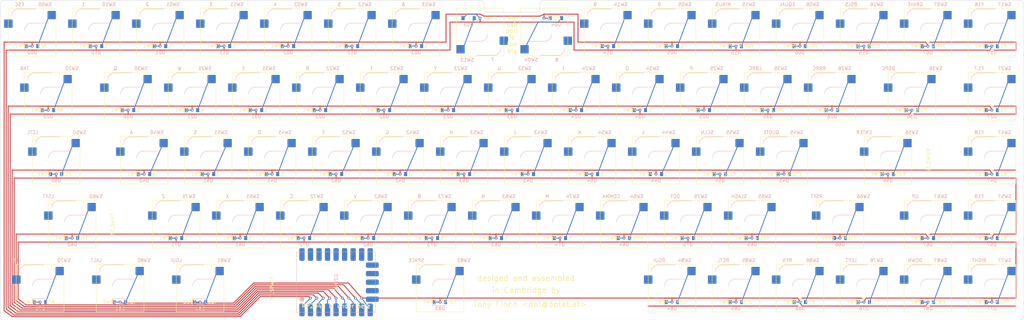
<source format=kicad_pcb>
(kicad_pcb (version 20211014) (generator pcbnew)
  (layers (0 "F.Cu" signal) (31 "B.Cu" signal) (34 "B.Paste" user) (35 "F.Paste" user) (36 "B.SilkS" user "B.Silkscreen") (37 "F.SilkS" user "F.Silkscreen") (38 "B.Mask" user) (39 "F.Mask" user) (44 "Edge.Cuts" user))
  (net 0 "")
  (net 1 "Net-(D00-Pad1)")
  (net 2 "/ROW0")
  (net 3 "Net-(D01-Pad1)")
  (net 4 "Net-(D02-Pad1)")
  (net 5 "Net-(D03-Pad1)")
  (net 6 "Net-(D04-Pad1)")
  (net 7 "Net-(D05-Pad1)")
  (net 8 "Net-(D06-Pad1)")
  (net 9 "Net-(D07-Pad1)")
  (net 10 "Net-(D10-Pad1)")
  (net 11 "/ROW1")
  (net 12 "Net-(D11-Pad1)")
  (net 13 "Net-(D12-Pad1)")
  (net 14 "Net-(D13-Pad1)")
  (net 15 "Net-(D14-Pad1)")
  (net 16 "Net-(D15-Pad1)")
  (net 17 "Net-(D16-Pad1)")
  (net 18 "Net-(D17-Pad1)")
  (net 19 "Net-(D20-Pad1)")
  (net 20 "/ROW2")
  (net 21 "Net-(D21-Pad1)")
  (net 22 "Net-(D22-Pad1)")
  (net 23 "Net-(D23-Pad1)")
  (net 24 "Net-(D24-Pad1)")
  (net 25 "Net-(D25-Pad1)")
  (net 26 "Net-(D26-Pad1)")
  (net 27 "Net-(D27-Pad1)")
  (net 28 "Net-(D30-Pad1)")
  (net 29 "/ROW3")
  (net 30 "Net-(D31-Pad1)")
  (net 31 "Net-(D32-Pad1)")
  (net 32 "Net-(D33-Pad1)")
  (net 33 "Net-(D34-Pad1)")
  (net 34 "Net-(D35-Pad1)")
  (net 35 "Net-(D36-Pad1)")
  (net 36 "Net-(D40-Pad1)")
  (net 37 "/ROW4")
  (net 38 "Net-(D41-Pad1)")
  (net 39 "Net-(D42-Pad1)")
  (net 40 "Net-(D43-Pad1)")
  (net 41 "Net-(D44-Pad1)")
  (net 42 "Net-(D45-Pad1)")
  (net 43 "Net-(D47-Pad1)")
  (net 44 "Net-(D50-Pad1)")
  (net 45 "/ROW5")
  (net 46 "Net-(D51-Pad1)")
  (net 47 "Net-(D52-Pad1)")
  (net 48 "Net-(D53-Pad1)")
  (net 49 "Net-(D54-Pad1)")
  (net 50 "Net-(D55-Pad1)")
  (net 51 "Net-(D56-Pad1)")
  (net 52 "Net-(D57-Pad1)")
  (net 53 "Net-(D60-Pad1)")
  (net 54 "/ROW6")
  (net 55 "Net-(D61-Pad1)")
  (net 56 "Net-(D62-Pad1)")
  (net 57 "Net-(D63-Pad1)")
  (net 58 "Net-(D64-Pad1)")
  (net 59 "Net-(D65-Pad1)")
  (net 60 "Net-(D66-Pad1)")
  (net 61 "Net-(D67-Pad1)")
  (net 62 "Net-(D70-Pad1)")
  (net 63 "/ROW7")
  (net 64 "Net-(D71-Pad1)")
  (net 65 "Net-(D72-Pad1)")
  (net 66 "Net-(D73-Pad1)")
  (net 67 "Net-(D74-Pad1)")
  (net 68 "Net-(D75-Pad1)")
  (net 69 "Net-(D76-Pad1)")
  (net 70 "Net-(D77-Pad1)")
  (net 71 "Net-(D80-Pad1)")
  (net 72 "/ROW8")
  (net 73 "Net-(D81-Pad1)")
  (net 74 "Net-(D83-Pad1)")
  (net 75 "Net-(D84-Pad1)")
  (net 76 "Net-(D85-Pad1)")
  (net 77 "Net-(D86-Pad1)")
  (net 78 "Net-(D87-Pad1)")
  (net 79 "/COL0")
  (net 80 "/COL1")
  (net 81 "/COL2")
  (net 82 "/COL3")
  (net 83 "/COL4")
  (net 84 "/COL5")
  (net 85 "/COL6")
  (net 86 "/COL7")
  (net 91 "GND")
  (footprint "Switch_Keyboard_Hotswap_Kailh:SW_Hotswap_Kailh_MX_1.00u" (layer "F.Cu") (at 290.5125 80.9625)
    (fp_text reference "SW67")
    (fp_text value "UP")
  )
  (footprint "Switch_Keyboard_Hotswap_Kailh:SW_Hotswap_Kailh_MX_1.00u" (layer "F.Cu") (at 52.3875 42.8625)
    (fp_text reference "SW30")
    (fp_text value "Q")
  )
  (footprint "Switch_Keyboard_Hotswap_Kailh:SW_Hotswap_Kailh_MX_1.00u" (layer "F.Cu") (at 309.5625 23.8125)
    (fp_text reference "SW17")
    (fp_text value "F16")
  )
  (footprint "Switch_Keyboard_Hotswap_Kailh:SW_Hotswap_Kailh_MX_1.00u" (layer "F.Cu") (at 152.4 61.9125)
    (fp_text reference "SW53")
    (fp_text value "H")
  )
  (footprint "Switch_Keyboard_Hotswap_Kailh:SW_Hotswap_Kailh_MX_1.00u" (layer "F.Cu") (at 119.0625 23.8125)
    (fp_text reference "SW12")
    (fp_text value "5")
  )
  (footprint "Switch_Keyboard_Hotswap_Kailh:SW_Hotswap_Kailh_MX_1.00u" (layer "F.Cu") (at 104.775 80.9625)
    (fp_text reference "SW72")
    (fp_text value "C")
  )
  (footprint "Switch_Keyboard_Hotswap_Kailh:SW_Hotswap_Kailh_MX_1.00u" (layer "F.Cu") (at 80.9625 23.8125)
    (fp_text reference "SW11")
    (fp_text value "3")
  )
  (footprint "Switch_Keyboard_Hotswap_Kailh:SW_Hotswap_Kailh_MX_1.00u" (layer "F.Cu") (at 223.8375 42.8625)
    (fp_text reference "SW25")
    (fp_text value "P")
  )
  (footprint "Switch_Keyboard_Hotswap_Kailh:SW_Hotswap_Kailh_MX_1.00u" (layer "F.Cu") (at 214.3125 100.0125)
    (fp_text reference "SW84")
    (fp_text value "RGUI")
  )
  (footprint "Switch_Keyboard_Hotswap_Kailh:SW_Hotswap_Kailh_MX_1.00u" (layer "F.Cu") (at 61.9125 23.8125)
    (fp_text reference "SW01")
    (fp_text value "2")
  )
  (footprint "Switch_Keyboard_Hotswap_Kailh:SW_Hotswap_Kailh_MX_1.00u" (layer "F.Cu") (at 290.5125 23.8125)
    (fp_text reference "SW07")
    (fp_text value "GRAVE")
  )
  (footprint "Switch_Keyboard_Hotswap_Kailh:SW_Hotswap_Kailh_MX_1.00u" (layer "F.Cu") (at 42.8625 23.8125)
    (fp_text reference "SW10")
    (fp_text value "1")
  )
  (footprint "Switch_Keyboard_Hotswap_Kailh:SW_Hotswap_Kailh_MX_1.00u" (layer "F.Cu") (at 252.4125 23.8125)
    (fp_text reference "SW06")
    (fp_text value "EQUAL")
  )
  (footprint "Switch_Keyboard_Hotswap_Kailh:SW_Hotswap_Kailh_MX_1.50u" (layer "F.Cu") (at 28.575 42.8625)
    (fp_text reference "SW20")
    (fp_text value "TAB")
  )
  (footprint "Switch_Keyboard_Hotswap_Kailh:SW_Hotswap_Kailh_MX_1.00u" (layer "F.Cu") (at 180.975 80.9625)
    (fp_text reference "SW74")
    (fp_text value "M")
  )
  (footprint "Switch_Keyboard_Hotswap_Kailh:SW_Hotswap_Kailh_MX_6.25u" (layer "F.Cu") (at 145.25625 100.0125)
    (fp_text reference "SW83")
    (fp_text value "SPACE")
  )
  (footprint "Switch_Keyboard_Hotswap_Kailh:SW_Hotswap_Kailh_MX_2.25u" (layer "F.Cu") (at 278.60625 61.9125)
    (fp_text reference "SW56")
    (fp_text value "ENTER")
  )
  (footprint "Switch_Keyboard_Hotswap_Kailh:SW_Hotswap_Kailh_MX_1.00u" (layer "F.Cu") (at 90.4875 42.8625)
    (fp_text reference "SW31")
    (fp_text value "E")
  )
  (footprint "Switch_Keyboard_Hotswap_Kailh:SW_Hotswap_Kailh_MX_1.00u" (layer "F.Cu") (at 23.8125 23.8125)
    (fp_text reference "SW00")
    (fp_text value "ESC")
  )
  (footprint "Switch_Keyboard_Hotswap_Kailh:SW_Hotswap_Kailh_MX_1.00u" (layer "F.Cu") (at 204.7875 42.8625)
    (fp_text reference "SW34")
    (fp_text value "O")
  )
  (footprint "Switch_Keyboard_Hotswap_Kailh:SW_Hotswap_Kailh_MX_1.00u" (layer "F.Cu") (at 214.3125 23.8125)
    (fp_text reference "SW05")
    (fp_text value "0")
  )
  (footprint "Switch_Keyboard_Hotswap_Kailh:SW_Hotswap_Kailh_MX_1.00u" (layer "F.Cu") (at 309.5625 42.8625)
    (fp_text reference "SW27")
    (fp_text value "F17")
  )
  (footprint "Switch_Keyboard_Hotswap_Kailh:SW_Hotswap_Kailh_MX_1.00u" (layer "F.Cu") (at 85.725 80.9625)
    (fp_text reference "SW61")
    (fp_text value "X")
  )
  (footprint "Switch_Keyboard_Hotswap_Kailh:SW_Hotswap_Kailh_MX_1.25u" (layer "F.Cu") (at 26.19375 100.0125)
    (fp_text reference "SW70")
    (fp_text value "LFN")
  )
  (footprint "Switch_Keyboard_Hotswap_Kailh:SW_Hotswap_Kailh_MX_1.75u" (layer "F.Cu") (at 30.95625 61.9125)
    (fp_text reference "SW50")
    (fp_text value "LCTL")
  )
  (footprint "Switch_Keyboard_Hotswap_Kailh:SW_Hotswap_Kailh_MX_1.00u" (layer "F.Cu") (at 209.55 61.9125)
    (fp_text reference "SW44")
    (fp_text value "L")
  )
  (footprint "Switch_Keyboard_Hotswap_Kailh:SW_Hotswap_Kailh_MX_1.00u" (layer "F.Cu") (at 252.4125 100.0125)
    (fp_text reference "SW86")
    (fp_text value "RFN")
  )
  (footprint "Mounting_Keyboard_Stabilizer:Stabilizer_Cherry_MX_6.25u" (layer "F.Cu") (at 145.25625 100.0125 180)
    (fp_text reference "ST_SPACE")
    (fp_text value "Stabilizer_Cherry_MX_6.25u" hide)
  )
  (footprint "Switch_Keyboard_Hotswap_Kailh:SW_Hotswap_Kailh_MX_1.00u" (layer "F.Cu") (at 271.4625 100.0125)
    (fp_text reference "SW76")
    (fp_text value "LEFT")
  )
  (footprint "Switch_Keyboard_Hotswap_Kailh:SW_Hotswap_Kailh_MX_1.00u" (layer "F.Cu") (at 57.15 61.9125)
    (fp_text reference "SW40")
    (fp_text value "A")
  )
  (footprint "Switch_Keyboard_Hotswap_Kailh:SW_Hotswap_Kailh_MX_2.25u" (layer "F.Cu") (at 35.71875 80.9625)
    (fp_text reference "SW60")
    (fp_text value "LSFT")
  )
  (footprint "Switch_Keyboard_Hotswap_Kailh:SW_Hotswap_Kailh_MX_1.00u" (layer "F.Cu") (at 138.1125 23.8125)
    (fp_text reference "SW03")
    (fp_text value "6")
  )
  (footprint "Switch_Keyboard_Hotswap_Kailh:SW_Hotswap_Kailh_MX_1.00u" (layer "F.Cu") (at 166.6875 42.8625)
    (fp_text reference "SW33")
    (fp_text value "U")
  )
  (footprint "Switch_Keyboard_Hotswap_Kailh:SW_Hotswap_Kailh_MX_1.00u" (layer "F.Cu") (at 133.35 61.9125)
    (fp_text reference "SW42")
    (fp_text value "G")
  )
  (footprint "Switch_Keyboard_Hotswap_Kailh:SW_Hotswap_Kailh_MX_1.00u" (layer "F.Cu") (at 71.4375 42.8625)
    (fp_text reference "SW21")
    (fp_text value "W")
  )
  (footprint "Mounting_Keyboard_Stabilizer:Stabilizer_Cherry_MX_2.00u" (layer "F.Cu") (at 35.71875 80.9625)
    (fp_text reference "ST_SHIFT")
    (fp_text value "Stabilizer_Cherry_MX_2.00u" hide)
  )
  (footprint "Switch_Keyboard_Hotswap_Kailh:SW_Hotswap_Kailh_MX_1.00u" (layer "F.Cu") (at 147.6375 42.8625)
    (fp_text reference "SW23")
    (fp_text value "Y")
  )
  (footprint "Switch_Keyboard_Hotswap_Kailh:SW_Hotswap_Kailh_MX_1.50u" (layer "F.Cu") (at 285.75 42.8625)
    (fp_text reference "SW36")
    (fp_text value "BSPC")
  )
  (footprint "Switch_Keyboard_Hotswap_Kailh:SW_Hotswap_Kailh_MX_1.00u" (layer "F.Cu") (at 171.45 61.9125)
    (fp_text reference "SW43")
    (fp_text value "J")
  )
  (footprint "Switch_Keyboard_Hotswap_Kailh:SW_Hotswap_Kailh_MX_1.00u" (layer "F.Cu") (at 242.8875 42.8625)
    (fp_text reference "SW35")
    (fp_text value "LBRC")
  )
  (footprint "Switch_Keyboard_Hotswap_Kailh:SW_Hotswap_Kailh_MX_1.00u" (layer "F.Cu") (at 95.25 61.9125)
    (fp_text reference "SW41")
    (fp_text value "D")
  )
  (footprint "Switch_Keyboard_Hotswap_Kailh:SW_Hotswap_Kailh_MX_1.00u" (layer "F.Cu") (at 161.925 80.9625)
    (fp_text reference "SW63")
    (fp_text value "N")
  )
  (footprint "Switch_Keyboard_Hotswap_Kailh:SW_Hotswap_Kailh_MX_1.00u" (layer "F.Cu") (at 238.125 80.9625)
    (fp_text reference "SW65")
    (fp_text value "SLASH")
  )
  (footprint "Switch_Keyboard_Hotswap_Kailh:SW_Hotswap_Kailh_MX_1.00u" (layer "F.Cu") (at 309.5625 61.9125)
    (fp_text reference "SW47")
    (fp_text value "F18")
  )
  (footprint "Switch_Keyboard_Hotswap_Kailh:SW_Hotswap_Kailh_MX_1.00u" (layer "F.Cu") (at 190.5 61.9125)
    (fp_text reference "SW54")
    (fp_text value "K")
  )
  (footprint "Switch_Keyboard_Hotswap_Kailh:SW_Hotswap_Kailh_MX_1.00u" (layer "F.Cu") (at 114.3 61.9125)
    (fp_text reference "SW52")
    (fp_text value "F")
  )
  (footprint "Switch_Keyboard_Hotswap_Kailh:SW_Hotswap_Kailh_MX_1.00u" (layer "F.Cu") (at 261.9375 42.8625)
    (fp_text reference "SW26")
    (fp_text value "RBRC")
  )
  (footprint "Switch_Keyboard_Hotswap_Kailh:SW_Hotswap_Kailh_MX_1.00u" (layer "F.Cu") (at 109.5375 42.8625)
    (fp_text reference "SW22")
    (fp_text value "R")
  )
  (footprint "Switch_Keyboard_Hotswap_Kailh:SW_Hotswap_Kailh_MX_1.00u" (layer "F.Cu") (at 228.6 61.9125)
    (fp_text reference "SW55")
    (fp_text value "SCLN")
  )
  (footprint "Switch_Keyboard_Hotswap_Kailh:SW_Hotswap_Kailh_MX_1.25u" (layer "F.Cu") (at 73.81875 100.0125)
    (fp_text reference "SW81")
    (fp_text value "LGUI")
  )
  (footprint "Switch_Keyboard_Hotswap_Kailh:SW_Hotswap_Kailh_MX_1.00u" (layer "F.Cu") (at 176.2125 23.8125 180)
    (fp_text reference "SW04")
    (fp_text value "8")
  )
  (footprint "Switch_Keyboard_Hotswap_Kailh:SW_Hotswap_Kailh_MX_1.00u" (layer "F.Cu") (at 195.2625 23.8125)
    (fp_text reference "SW14")
    (fp_text value "9")
  )
  (footprint "Switch_Keyboard_Hotswap_Kailh:SW_Hotswap_Kailh_MX_1.00u" (layer "F.Cu") (at 290.5125 100.0125)
    (fp_text reference "SW87")
    (fp_text value "DOWN")
  )
  (footprint "Switch_Keyboard_Hotswap_Kailh:SW_Hotswap_Kailh_MX_1.00u" (layer "F.Cu") (at 76.2 61.9125)
    (fp_text reference "SW51")
    (fp_text value "S")
  )
  (footprint "Switch_Keyboard_Hotswap_Kailh:SW_Hotswap_Kailh_MX_1.00u" (layer "F.Cu") (at 66.675 80.9625)
    (fp_text reference "SW71")
    (fp_text value "Z")
  )
  (footprint "Switch_Keyboard_Hotswap_Kailh:SW_Hotswap_Kailh_MX_1.00u" (layer "F.Cu") (at 247.65 61.9125)
    (fp_text reference "SW45")
    (fp_text value "QUOTE")
  )
  (footprint "Switch_Keyboard_Hotswap_Kailh:SW_Hotswap_Kailh_MX_1.75u" (layer "F.Cu") (at 264.31875 80.9625)
    (fp_text reference "SW66")
    (fp_text value "RSFT")
  )
  (footprint "Switch_Keyboard_Hotswap_Kailh:SW_Hotswap_Kailh_MX_1.00u" (layer "F.Cu") (at 309.5625 80.9625)
    (fp_text reference "SW57")
    (fp_text value "F19")
  )
  (footprint "Switch_Keyboard_Hotswap_Kailh:SW_Hotswap_Kailh_MX_1.00u" (layer "F.Cu") (at 233.3625 100.0125)
    (fp_text reference "SW85")
    (fp_text value "RCTL")
  )
  (footprint "Switch_Keyboard_Hotswap_Kailh:SW_Hotswap_Kailh_MX_1.00u" (layer "F.Cu") (at 142.875 80.9625)
    (fp_text reference "SW73")
    (fp_text value "B")
  )
  (footprint "Mounting_Keyboard_Stabilizer:Stabilizer_Cherry_MX_2.00u" (layer "F.Cu") (at 278.60625 61.9125)
    (fp_text reference "ST_ENTER")
    (fp_text value "Stabilizer_Cherry_MX_2.00u" hide)
  )
  (footprint "Switch_Keyboard_Hotswap_Kailh:SW_Hotswap_Kailh_MX_1.00u" (layer "F.Cu") (at 128.5875 42.8625)
    (fp_text reference "SW32")
    (fp_text value "T")
  )
  (footprint "Switch_Keyboard_Hotswap_Kailh:SW_Hotswap_Kailh_MX_1.00u" (layer "F.Cu") (at 233.3625 23.8125)
    (fp_text reference "SW15")
    (fp_text value "MINUS")
  )
  (footprint "Switch_Keyboard_Hotswap_Kailh:SW_Hotswap_Kailh_MX_1.00u" (layer "F.Cu") (at 100.0125 23.8125)
    (fp_text reference "SW02")
    (fp_text value "4")
  )
  (footprint "Switch_Keyboard_Hotswap_Kailh:SW_Hotswap_Kailh_MX_1.00u" (layer "F.Cu") (at 309.5625 100.0125)
    (fp_text reference "SW77")
    (fp_text value "RIGHT")
  )
  (footprint "Switch_Keyboard_Hotswap_Kailh:SW_Hotswap_Kailh_MX_1.00u" (layer "F.Cu") (at 157.1625 23.8125 180)
    (fp_text reference "SW13")
    (fp_text value "7")
  )
  (footprint "Switch_Keyboard_Hotswap_Kailh:SW_Hotswap_Kailh_MX_1.00u" (layer "F.Cu") (at 185.7375 42.8625)
    (fp_text reference "SW24")
    (fp_text value "I")
  )
  (footprint "Switch_Keyboard_Hotswap_Kailh:SW_Hotswap_Kailh_MX_1.00u" (layer "F.Cu") (at 219.075 80.9625)
    (fp_text reference "SW75")
    (fp_text value "DOT")
  )
  (footprint "Switch_Keyboard_Hotswap_Kailh:SW_Hotswap_Kailh_MX_1.00u" (layer "F.Cu") (at 123.825 80.9625)
    (fp_text reference "SW62")
    (fp_text value "V")
  )
  (footprint "Switch_Keyboard_Hotswap_Kailh:SW_Hotswap_Kailh_MX_1.00u" (layer "F.Cu") (at 271.4625 23.8125)
    (fp_text reference "SW16")
    (fp_text value "BSLS")
  )
  (footprint "Switch_Keyboard_Hotswap_Kailh:SW_Hotswap_Kailh_MX_1.00u" (layer "F.Cu") (at 200.025 80.9625)
    (fp_text reference "SW64")
    (fp_text value "COMMA")
  )
  (footprint "Switch_Keyboard_Hotswap_Kailh:SW_Hotswap_Kailh_MX_1.25u" (layer "F.Cu") (at 50.00625 100.0125)
    (fp_text reference "SW80")
    (fp_text value "LALT")
  )
  (footprint "Diode_SMD:D_SOD-123" (layer "B.Cu") (at 142.875 85.129759)
    (fp_text reference "D73")
    (fp_text value "DIODE")
  )
  (footprint "Diode_SMD:D_SOD-123" (layer "B.Cu") (at 128.5875 47.029727)
    (fp_text reference "D32")
    (fp_text value "DIODE")
  )
  (footprint "Diode_SMD:D_SOD-123" (layer "B.Cu") (at 50.00625 104.179775)
    (fp_text reference "D80")
    (fp_text value "DIODE")
  )
  (footprint "Diode_SMD:D_SOD-123" (layer "B.Cu") (at 285.75 47.029727)
    (fp_text reference "D36")
    (fp_text value "DIODE")
  )
  (footprint "Diode_SMD:D_SOD-123" (layer "B.Cu") (at 26.19375 104.179775)
    (fp_text reference "D70")
    (fp_text value "DIODE")
  )
  (footprint "Diode_SMD:D_SOD-123" (layer "B.Cu") (at 42.8625 27.979711)
    (fp_text reference "D10")
    (fp_text value "DIODE")
  )
  (footprint "Diode_SMD:D_SOD-123" (layer "B.Cu") (at 190.5 66.079743)
    (fp_text reference "D54")
    (fp_text value "DIODE")
  )
  (footprint "Diode_SMD:D_SOD-123" (layer "B.Cu") (at 200.025 85.129759)
    (fp_text reference "D64")
    (fp_text value "DIODE")
  )
  (footprint "Diode_SMD:D_SOD-123" (layer "B.Cu") (at 109.5375 47.029727)
    (fp_text reference "D22")
    (fp_text value "DIODE")
  )
  (footprint "Diode_SMD:D_SOD-123" (layer "B.Cu") (at 271.4125 28.025)
    (fp_text reference "D16")
    (fp_text value "DIODE")
  )
  (footprint "Diode_SMD:D_SOD-123" (layer "B.Cu") (at 80.9625 27.979711)
    (fp_text reference "D11")
    (fp_text value "DIODE")
  )
  (footprint "Diode_SMD:D_SOD-123" (layer "B.Cu") (at 309.5625 47.029727)
    (fp_text reference "D27")
    (fp_text value "DIODE")
  )
  (footprint "Diode_SMD:D_SOD-123" (layer "B.Cu") (at 261.9375 47.029727)
    (fp_text reference "D26")
    (fp_text value "DIODE")
  )
  (footprint "Diode_SMD:D_SOD-123" (layer "B.Cu") (at 204.7875 47.029727)
    (fp_text reference "D34")
    (fp_text value "DIODE")
  )
  (footprint "Diode_SMD:D_SOD-123" (layer "B.Cu") (at 214.3125 104.179775)
    (fp_text reference "D84")
    (fp_text value "DIODE")
  )
  (footprint "Diode_SMD:D_SOD-123" (layer "B.Cu") (at 238.125 85.129759)
    (fp_text reference "D65")
    (fp_text value "DIODE")
  )
  (footprint "Diode_SMD:D_SOD-123" (layer "B.Cu") (at 233.3625 28.025)
    (fp_text reference "D15")
    (fp_text value "DIODE")
  )
  (footprint "Diode_SMD:D_SOD-123" (layer "B.Cu") (at 153.781251 19.645329)
    (fp_text reference "D13")
    (fp_text value "DIODE")
  )
  (footprint "Diode_SMD:D_SOD-123" (layer "B.Cu") (at 61.9125 27.979711)
    (fp_text reference "D01")
    (fp_text value "DIODE")
  )
  (footprint "Diode_SMD:D_SOD-123" (layer "B.Cu") (at 133.35 66.079743)
    (fp_text reference "D42")
    (fp_text value "DIODE")
  )
  (footprint "Diode_SMD:D_SOD-123" (layer "B.Cu") (at 185.7375 47.029727)
    (fp_text reference "D24")
    (fp_text value "DIODE")
  )
  (footprint "Diode_SMD:D_SOD-123" (layer "B.Cu") (at 290.5125 28.025)
    (fp_text reference "D07")
    (fp_text value "DIODE")
  )
  (footprint "Diode_SMD:D_SOD-123" (layer "B.Cu") (at 247.65 66.079743)
    (fp_text reference "D45")
    (fp_text value "DIODE")
  )
  (footprint "Diode_SMD:D_SOD-123" (layer "B.Cu") (at 309.5625 85.129759)
    (fp_text reference "D57")
    (fp_text value "DIODE")
  )
  (footprint "Diode_SMD:D_SOD-123" (layer "B.Cu") (at 28.575 47.029727)
    (fp_text reference "D20")
    (fp_text value "DIODE")
  )
  (footprint "Diode_SMD:D_SOD-123" (layer "B.Cu") (at 104.775 85.129759)
    (fp_text reference "D72")
    (fp_text value "DIODE")
  )
  (footprint "Diode_SMD:D_SOD-123" (layer "B.Cu") (at 209.55 66.079743)
    (fp_text reference "D44")
    (fp_text value "DIODE")
  )
  (footprint "Diode_SMD:D_SOD-123" (layer "B.Cu") (at 278.60625 66.079743)
    (fp_text reference "D56")
    (fp_text value "DIODE")
  )
  (footprint "Diode_SMD:D_SOD-123" (layer "B.Cu") (at 85.725 85.129759)
    (fp_text reference "D61")
    (fp_text value "DIODE")
  )
  (footprint "Diode_SMD:D_SOD-123" (layer "B.Cu") (at 195.2625 27.979711)
    (fp_text reference "D14")
    (fp_text value "DIODE")
  )
  (footprint "Diode_SMD:D_SOD-123" (layer "B.Cu") (at 71.4375 47.029727)
    (fp_text reference "D21")
    (fp_text value "DIODE")
  )
  (footprint "Diode_SMD:D_SOD-123" (layer "B.Cu") (at 23.8125 27.979711)
    (fp_text reference "D00")
    (fp_text value "DIODE")
  )
  (footprint "Diode_SMD:D_SOD-123" (layer "B.Cu") (at 147.6375 47.029727)
    (fp_text reference "D23")
    (fp_text value "DIODE")
  )
  (footprint "Diode_SMD:D_SOD-123" (layer "B.Cu") (at 309.5625 104.179775)
    (fp_text reference "D77")
    (fp_text value "DIODE")
  )
  (footprint "Diode_SMD:D_SOD-123" (layer "B.Cu") (at 123.825 85.129759)
    (fp_text reference "D62")
    (fp_text value "DIODE")
  )
  (footprint "Diode_SMD:D_SOD-123" (layer "B.Cu") (at 309.56276 66.079743)
    (fp_text reference "D47")
    (fp_text value "DIODE")
  )
  (footprint "Diode_SMD:D_SOD-123" (layer "B.Cu") (at 252.3625 27.979711)
    (fp_text reference "D06")
    (fp_text value "DIODE")
  )
  (footprint "Diode_SMD:D_SOD-123" (layer "B.Cu") (at 242.8875 47.029727)
    (fp_text reference "D35")
    (fp_text value "DIODE")
  )
  (footprint "Diode_SMD:D_SOD-123" (layer "B.Cu") (at 271.4625 104.179775)
    (fp_text reference "D76")
    (fp_text value "DIODE")
  )
  (footprint "Diode_SMD:D_SOD-123" (layer "B.Cu") (at 90.4875 47.029727)
    (fp_text reference "D31")
    (fp_text value "DIODE")
  )
  (footprint "Module:RP2040-Tiny" (layer "B.Cu") (at 114.300096 98.25 -90)
    (fp_text reference "U2040")
    (fp_text value "RP2040-Tiny")
  )
  (footprint "Diode_SMD:D_SOD-123" (layer "B.Cu") (at 179.784526 19.645329)
    (fp_text reference "D04")
    (fp_text value "DIODE")
  )
  (footprint "Diode_SMD:D_SOD-123" (layer "B.Cu") (at 66.675 85.129759)
    (fp_text reference "D71")
    (fp_text value "DIODE")
  )
  (footprint "Diode_SMD:D_SOD-123" (layer "B.Cu") (at 290.5125 104.179775)
    (fp_text reference "D87")
    (fp_text value "DIODE")
  )
  (footprint "Diode_SMD:D_SOD-123" (layer "B.Cu") (at 52.3875 47.029727)
    (fp_text reference "D30")
    (fp_text value "DIODE")
  )
  (footprint "Diode_SMD:D_SOD-123" (layer "B.Cu") (at 57.15 66.079743)
    (fp_text reference "D40")
    (fp_text value "DIODE")
  )
  (footprint "Diode_SMD:D_SOD-123" (layer "B.Cu") (at 171.45 66.079743)
    (fp_text reference "D43")
    (fp_text value "DIODE")
  )
  (footprint "Diode_SMD:D_SOD-123" (layer "B.Cu") (at 119.0625 27.979711)
    (fp_text reference "D12")
    (fp_text value "DIODE")
  )
  (footprint "Diode_SMD:D_SOD-123" (layer "B.Cu") (at 95.25 66.079743)
    (fp_text reference "D41")
    (fp_text value "DIODE")
  )
  (footprint "Diode_SMD:D_SOD-123" (layer "B.Cu") (at 309.56276 28.025)
    (fp_text reference "D17")
    (fp_text value "DIODE")
  )
  (footprint "Diode_SMD:D_SOD-123" (layer "B.Cu") (at 166.6875 47.029727)
    (fp_text reference "D33")
    (fp_text value "DIODE")
  )
  (footprint "Diode_SMD:D_SOD-123" (layer "B.Cu") (at 223.8375 47.029727)
    (fp_text reference "D25")
    (fp_text value "DIODE")
  )
  (footprint "Diode_SMD:D_SOD-123" (layer "B.Cu") (at 161.925 85.129759)
    (fp_text reference "D63")
    (fp_text value "DIODE")
  )
  (footprint "Diode_SMD:D_SOD-123" (layer "B.Cu") (at 35.71875 85.129759)
    (fp_text reference "D60")
    (fp_text value "DIODE")
  )
  (footprint "Diode_SMD:D_SOD-123" (layer "B.Cu") (at 100.0125 27.979711)
    (fp_text reference "D02")
    (fp_text value "DIODE")
  )
  (footprint "Diode_SMD:D_SOD-123" (layer "B.Cu") (at 290.5125 85.129759)
    (fp_text reference "D67")
    (fp_text value "DIODE")
  )
  (footprint "Diode_SMD:D_SOD-123" (layer "B.Cu") (at 138.112616 27.979711)
    (fp_text reference "D03")
    (fp_text value "DIODE")
  )
  (footprint "Diode_SMD:D_SOD-123" (layer "B.Cu") (at 219.075 85.129759)
    (fp_text reference "D75")
    (fp_text value "DIODE")
  )
  (footprint "Diode_SMD:D_SOD-123" (layer "B.Cu") (at 30.95625 66.079743)
    (fp_text reference "D50")
    (fp_text value "DIODE")
  )
  (footprint "Diode_SMD:D_SOD-123" (layer "B.Cu") (at 76.2 66.079743)
    (fp_text reference "D51")
    (fp_text value "DIODE")
  )
  (footprint "Diode_SMD:D_SOD-123" (layer "B.Cu") (at 114.3 66.079743)
    (fp_text reference "D52")
    (fp_text value "DIODE")
  )
  (footprint "Diode_SMD:D_SOD-123" (layer "B.Cu") (at 145.25625 104.179775)
    (fp_text reference "D83")
    (fp_text value "DIODE")
  )
  (footprint "Diode_SMD:D_SOD-123" (layer "B.Cu") (at 152.4 66.079743)
    (fp_text reference "D53")
    (fp_text value "DIODE")
  )
  (footprint "Diode_SMD:D_SOD-123" (layer "B.Cu") (at 180.975 85.129759)
    (fp_text reference "D74")
    (fp_text value "DIODE")
  )
  (footprint "Diode_SMD:D_SOD-123" (layer "B.Cu") (at 252.4125 104.179775)
    (fp_text reference "D86")
    (fp_text value "DIODE")
  )
  (footprint "Diode_SMD:D_SOD-123" (layer "B.Cu") (at 264.31875 85.129759)
    (fp_text reference "D66")
    (fp_text value "DIODE")
  )
  (footprint "Diode_SMD:D_SOD-123" (layer "B.Cu") (at 233.3625 104.179775)
    (fp_text reference "D85")
    (fp_text value "DIODE")
  )
  (footprint "Diode_SMD:D_SOD-123" (layer "B.Cu") (at 228.6 66.079743)
    (fp_text reference "D55")
    (fp_text value "DIODE")
  )
  (footprint "Diode_SMD:D_SOD-123" (layer "B.Cu") (at 73.81875 104.179775)
    (fp_text reference "D81")
    (fp_text value "DIODE")
  )
  (footprint "Diode_SMD:D_SOD-123" (layer "B.Cu") (at 214.3125 27.979711)
    (fp_text reference "D05")
    (fp_text value "DIODE")
  )
  (gr_line (start 319.0875 15.478125) (end 319.0875 108.346875) (layer "Edge.Cuts") (width 0.1))
  (gr_arc (start 159.54375 17.859375) (mid 158.701851 17.510649) (end 158.353125 16.66875) (layer "Edge.Cuts") (width 0.1))
  (gr_line (start 159.54375 17.859375) (end 173.83125 17.859375) (layer "Edge.Cuts") (width 0.1))
  (gr_line (start 158.353125 16.66875) (end 158.353125 15.478125) (layer "Edge.Cuts") (width 0.1))
  (gr_arc (start 319.0875 108.346875) (mid 318.738774 109.188774) (end 317.896875 109.5375) (layer "Edge.Cuts") (width 0.1))
  (gr_arc (start 15.478125 109.5375) (mid 14.636226 109.188774) (end 14.2875 108.346875) (layer "Edge.Cuts") (width 0.1))
  (gr_arc (start 14.2875 15.478125) (mid 14.636226 14.636226) (end 15.478125 14.2875) (layer "Edge.Cuts") (width 0.1))
  (gr_line (start 15.478125 14.2875) (end 157.1625 14.2875) (layer "Edge.Cuts") (width 0.1))
  (gr_arc (start 317.896875 14.2875) (mid 318.738774 14.636226) (end 319.0875 15.478125) (layer "Edge.Cuts") (width 0.1))
  (gr_arc (start 157.1625 14.2875) (mid 158.004399 14.636226) (end 158.353125 15.478125) (layer "Edge.Cuts") (width 0.1))
  (gr_line (start 176.2125 14.2875) (end 317.896875 14.2875) (layer "Edge.Cuts") (width 0.1))
  (gr_arc (start 175.021875 15.478125) (mid 175.370601 14.636226) (end 176.2125 14.2875) (layer "Edge.Cuts") (width 0.1))
  (gr_line (start 317.896875 109.5375) (end 15.478125 109.5375) (layer "Edge.Cuts") (width 0.1))
  (gr_line (start 175.021875 15.478125) (end 175.021875 16.66875) (layer "Edge.Cuts") (width 0.1))
  (gr_arc (start 175.021875 16.66875) (mid 174.673149 17.510649) (end 173.83125 17.859375) (layer "Edge.Cuts") (width 0.1))
  (gr_line (start 14.2875 108.346875) (end 14.2875 15.478125) (layer "Edge.Cuts") (width 0.1))
  (gr_text "in Cambridge by" (at 170.854831 100.607897) (layer "F.SilkS") (effects (font (size 1.6256 1.6256) (thickness 0.2032))))
  (gr_text "desiged and assembled" (at 170.854831 97.036019) (layer "F.SilkS") (effects (font (size 1.6256 1.6256) (thickness 0.2032))))
  (gr_text "my\nusb\nport\nis\ntoo\nbig" (at 166.6875 24.407833) (layer "F.SilkS") (effects (font (size 1.2192 1.2192) (thickness 0.2032))))
  (gr_text "Tony Finch <dot@dotat.at>\n" (at 172.045457 104.775088) (layer "F.SilkS") (effects (font (size 1.6256 1.6256) (thickness 0.2032))))
  (gr_text "RP2040 is under here" (at 114.300096 105.370401) (layer "F.SilkS") (effects (font (size 1.2192 1.2192) (thickness 0.2032))))
  (segment (start 291.108057 83.939133) (end 308.967447 83.939133) (width 0.25) (layer "F.Cu") (net 0))
  (segment (start 316.706516 26.789085) (end 316.706516 29.170337) (width 0.25) (layer "F.Cu") (net 0))
  (segment (start 251.817399 105.370401) (end 207.168924 105.370401) (width 0.25) (layer "F.Cu") (net 0))
  (segment (start 316.706516 45.839101) (end 316.706516 48.220353) (width 0.25) (layer "F.Cu") (net 0))
  (segment (start 286.345553 48.220353) (end 316.706516 48.220353) (width 0.25) (layer "F.Cu") (net 0))
  (segment (start 310.158073 45.839101) (end 316.706516 45.839101) (width 0.25) (layer "F.Cu") (net 0))
  (segment (start 310.158073 64.889117) (end 316.706516 64.889117) (width 0.25) (layer "F.Cu") (net 0))
  (segment (start 270.867415 102.989149) (end 253.008025 102.989149) (width 0.25) (layer "F.Cu") (net 0))
  (segment (start 291.108057 26.789085) (end 316.706516 26.789085) (width 0.25) (layer "F.Cu") (net 0))
  (segment (start 310.158073 29.170337) (end 316.706516 29.170337) (width 0.25) (layer "F.Cu") (net 0))
  (segment (start 291.108057 105.370401) (end 316.706516 105.370401) (width 0.25) (layer "F.Cu") (net 0))
  (segment (start 28.575024 19.645329) (end 25.4625 27.979711) (width 0.25) (layer "B.Cu") (net 1))
  (segment (start 29.487853 18.7325) (end 28.575024 19.645329) (width 0.25) (layer "B.Cu") (net 1))
  (segment (start 61.912552 26.789085) (end 90.487576 26.789085) (width 0.25) (layer "F.Cu") (net 2))
  (segment (start 147.042311 18.454703) (end 157.162632 18.454703) (width 0.25) (layer "F.Cu") (net 2))
  (segment (start 100.012584 26.789085) (end 128.587608 26.789085) (width 0.25) (layer "F.Cu") (net 2))
  (segment (start 214.31268 27.979711) (end 214.31268 26.789085) (width 0.25) (layer "F.Cu") (net 2))
  (segment (start 214.31268 26.789085) (end 242.887704 26.789085) (width 0.25) (layer "F.Cu") (net 2))
  (segment (start 90.487576 26.789085) (end 100.012584 26.789085) (width 0.25) (layer "F.Cu") (net 2))
  (segment (start 15.478138 26.789085) (end 23.81252 26.789085) (width 0.25) (layer "F.Cu") (net 2))
  (segment (start 175.022022 19.050016) (end 176.212648 18.454703) (width 0.25) (layer "F.Cu") (net 2))
  (segment (start 138.112616 26.789085) (end 147.042311 26.789085) (width 0.25) (layer "F.Cu") (net 2))
  (segment (start 158.353258 19.050016) (end 175.022022 19.050016) (width 0.25) (layer "F.Cu") (net 2))
  (segment (start 61.912552 27.979711) (end 61.912552 26.789085) (width 0.25) (layer "F.Cu") (net 2))
  (segment (start 252.412712 27.979711) (end 252.412712 26.789085) (width 0.25) (layer "F.Cu") (net 2))
  (segment (start 100.012584 27.979711) (end 100.012584 26.789085) (width 0.25) (layer "F.Cu") (net 2))
  (segment (start 17.859352 108.5) (end 85.75 108.5) (width 0.25) (layer "F.Cu") (net 2))
  (segment (start 252.412712 26.789085) (end 289.917431 26.789085) (width 0.25) (layer "F.Cu") (net 2))
  (segment (start 106.190851 102.5) (end 106.68 102.989149) (width 0.25) (layer "F.Cu") (net 2))
  (segment (start 106.68 102.989149) (end 106.640313 102.989149) (width 0.25) (layer "F.Cu") (net 2))
  (segment (start 157.162632 18.454703) (end 158.353258 19.050016) (width 0.25) (layer "F.Cu") (net 2))
  (segment (start 23.81252 26.789085) (end 52.387544 26.789085) (width 0.25) (layer "F.Cu") (net 2))
  (segment (start 15.478138 106.75) (end 15.4781 26.635985) (width 0.25) (layer "F.Cu") (net 2))
  (segment (start 186.332969 18.454703) (end 186.332969 26.789085) (width 0.25) (layer "F.Cu") (net 2))
  (segment (start 85.75 108.5) (end 91.75 102.5) (width 0.25) (layer "F.Cu") (net 2))
  (segment (start 289.917431 26.789085) (end 290.512744 27.979711) (width 0.25) (layer "F.Cu") (net 2))
  (segment (start 147.042311 26.789085) (end 147.042311 18.454703) (width 0.25) (layer "F.Cu") (net 2))
  (segment (start 186.332969 26.789085) (end 214.31268 26.789085) (width 0.25) (layer "F.Cu") (net 2))
  (segment (start 176.212648 18.454703) (end 176.212648 19.645329) (width 0.25) (layer "F.Cu") (net 2))
  (segment (start 52.387544 26.789085) (end 61.912552 26.789085) (width 0.25) (layer "F.Cu") (net 2))
  (segment (start 91.75 102.5) (end 106.190851 102.5) (width 0.25) (layer "F.Cu") (net 2))
  (segment (start 23.81252 27.979711) (end 23.81252 26.789085) (width 0.25) (layer "F.Cu") (net 2))
  (segment (start 128.587608 26.789085) (end 138.112616 26.789085) (width 0.25) (layer "F.Cu") (net 2))
  (segment (start 138.112616 26.789085) (end 138.112616 27.979711) (width 0.25) (layer "F.Cu") (net 2))
  (segment (start 15.4781 106.75) (end 17.859352 108.5) (width 0.25) (layer "F.Cu") (net 2))
  (segment (start 176.212648 18.454703) (end 186.332969 18.454703) (width 0.25) (layer "F.Cu") (net 2))
  (segment (start 242.887704 26.789085) (end 252.412712 26.789085) (width 0.25) (layer "F.Cu") (net 2))
  (via (at 138.112616 27.979711) (size 0.8) (drill 0.4) (layers "F.Cu" "B.Cu") (net 2))
  (via (at 290.512744 27.979711) (size 0.8) (drill 0.4) (layers "F.Cu" "B.Cu") (net 2))
  (via (at 106.68 102.989149) (size 0.8) (drill 0.4) (layers "F.Cu" "B.Cu") (net 2))
  (via (at 252.412712 27.979711) (size 0.8) (drill 0.4) (layers "F.Cu" "B.Cu") (net 2))
  (via (at 176.212648 19.645329) (size 0.8) (drill 0.4) (layers "F.Cu" "B.Cu") (net 2))
  (via (at 100.012584 27.979711) (size 0.8) (drill 0.4) (layers "F.Cu" "B.Cu") (net 2))
  (via (at 214.31268 27.979711) (size 0.8) (drill 0.4) (layers "F.Cu" "B.Cu") (net 2))
  (via (at 61.912484 27.979711) (size 0.8) (drill 0.4) (layers "F.Cu" "B.Cu") (net 2))
  (via (at 23.812452 27.979711) (size 0.8) (drill 0.4) (layers "F.Cu" "B.Cu") (net 2))
  (segment (start 138.112616 27.979711) (end 136.462616 27.979711) (width 0.25) (layer "B.Cu") (net 2))
  (segment (start 104.140096 105.529053) (end 106.68 102.989149) (width 0.25) (layer "B.Cu") (net 2))
  (segment (start 252.412712 27.979711) (end 250.7125 27.979711) (width 0.25) (layer "B.Cu") (net 2))
  (segment (start 178.134526 19.645329) (end 176.212648 19.645329) (width 0.25) (layer "B.Cu") (net 2))
  (segment (start 214.31268 27.979711) (end 212.6625 27.979711) (width 0.25) (layer "B.Cu") (net 2))
  (segment (start 22.1625 27.979711) (end 23.81252 27.979711) (width 0.25) (layer "B.Cu") (net 2))
  (segment (start 98.3625 27.979711) (end 100.012584 27.979711) (width 0.25) (layer "B.Cu") (net 2))
  (segment (start 104.140096 106.505) (end 104.140096 105.529053) (width 0.25) (layer "B.Cu") (net 2))
  (segment (start 290.512744 27.979711) (end 288.8625 28.025) (width 0.25) (layer "B.Cu") (net 2))
  (segment (start 60.2625 27.979711) (end 61.912552 27.979711) (width 0.25) (layer "B.Cu") (net 2))
  (segment (start 67.587885 18.773102) (end 66.675056 19.685931) (width 0.25) (layer "B.Cu") (net 3))
  (segment (start 66.675056 19.685931) (end 63.5625 27.979711) (width 0.25) (layer "B.Cu") (net 3))
  (segment (start 105.687917 18.7325) (end 104.775088 19.645329) (width 0.25) (layer "B.Cu") (net 4))
  (segment (start 104.775088 19.645329) (end 101.6625 27.979711) (width 0.25) (layer "B.Cu") (net 4))
  (segment (start 143.787949 18.7325) (end 142.87512 19.645329) (width 0.25) (layer "B.Cu") (net 5))
  (segment (start 142.87512 19.645329) (end 139.762616 27.979711) (width 0.25) (layer "B.Cu") (net 5))
  (segment (start 181.434526 19.645329) (end 180.379839 20.835955) (width 0.25) (layer "B.Cu") (net 6))
  (segment (start 174.426709 20.835955) (end 170.3705 28.8925) (width 0.25) (layer "B.Cu") (net 6))
  (segment (start 180.379839 20.835955) (end 174.426709 20.835955) (width 0.25) (layer "B.Cu") (net 6))
  (segment (start 219.988013 18.7325) (end 219.075184 19.645329) (width 0.25) (layer "B.Cu") (net 7))
  (segment (start 219.075184 19.645329) (end 215.9625 27.979711) (width 0.25) (layer "B.Cu") (net 7))
  (segment (start 258.088045 18.7325) (end 257.175216 19.645329) (width 0.25) (layer "B.Cu") (net 8))
  (segment (start 257.175216 19.645329) (end 254.0125 27.979711) (width 0.25) (layer "B.Cu") (net 8))
  (segment (start 296.188077 18.773102) (end 295.275248 19.685931) (width 0.25) (layer "B.Cu") (net 9))
  (segment (start 295.275248 19.685931) (end 292.1625 28.025) (width 0.25) (layer "B.Cu") (net 9))
  (segment (start 47.62504 19.645329) (end 44.5125 27.979711) (width 0.25) (layer "B.Cu") (net 10))
  (segment (start 48.537869 18.7325) (end 47.62504 19.645329) (width 0.25) (layer "B.Cu") (net 10))
  (segment (start 52.387544 29.170337) (end 80.962568 29.170337) (width 0.25) (layer "F.Cu") (net 11))
  (segment (start 108.585 102.989149) (end 108.505626 102.989149) (width 0.25) (layer "F.Cu") (net 11))
  (segment (start 119.0626 29.170337) (end 119.0626 27.979711) (width 0.25) (layer "F.Cu") (net 11))
  (segment (start 16.073451 29.170337) (end 42.862536 29.170337) (width 0.25) (layer "F.Cu") (net 11))
  (segment (start 185.142343 20.835955) (end 185.142343 29.170337) (width 0.25) (layer "F.Cu") (net 11))
  (segment (start 157.162632 20.835955) (end 157.162632 19.645329) (width 0.25) (layer "F.Cu") (net 11))
  (segment (start 119.0626 29.170337) (end 148.232937 29.170337) (width 0.25) (layer "F.Cu") (net 11))
  (segment (start 18.454703 108) (end 16.073451 106.25) (width 0.25) (layer "F.Cu") (net 11))
  (segment (start 107.5 102) (end 91.5 102) (width 0.25) (layer "F.Cu") (net 11))
  (segment (start 195.262664 27.979711) (end 195.262664 29.170337) (width 0.25) (layer "F.Cu") (net 11))
  (segment (start 108.585 102.989149) (end 107.5 102) (width 0.25) (layer "F.Cu") (net 11))
  (segment (start 80.962568 29.170337) (end 80.962568 27.979711) (width 0.25) (layer "F.Cu") (net 11))
  (segment (start 85.5 108) (end 18.454703 108) (width 0.25) (layer "F.Cu") (net 11))
  (segment (start 233.362696 29.170337) (end 242.887704 29.170337) (width 0.25) (layer "F.Cu") (net 11))
  (segment (start 157.162632 20.835955) (end 185.142343 20.835955) (width 0.25) (layer "F.Cu") (net 11))
  (segment (start 148.232937 29.170337) (end 148.232937 20.835955) (width 0.25) (layer "F.Cu") (net 11))
  (segment (start 271.462728 29.170337) (end 308.967447 29.170337) (width 0.25) (layer "F.Cu") (net 11))
  (segment (start 16.073451 106.25) (end 16.073451 29.170337) (width 0.25) (layer "F.Cu") (net 11))
  (segment (start 90.487576 29.170337) (end 119.0626 29.170337) (width 0.25) (layer "F.Cu") (net 11))
  (segment (start 148.232937 20.835955) (end 157.162632 20.835955) (width 0.25) (layer "F.Cu") (net 11))
  (segment (start 192.286099 29.170337) (end 233.362696 29.170337) (width 0.25) (layer "F.Cu") (net 11))
  (segment (start 233.362696 29.170337) (end 233.362696 27.979711) (width 0.25) (layer "F.Cu") (net 11))
  (segment (start 308.967447 29.170337) (end 309.56276 27.979711) (width 0.25) (layer "F.Cu") (net 11))
  (segment (start 42.862536 29.170337) (end 42.862536 27.979711) (width 0.25) (layer "F.Cu") (net 11))
  (segment (start 271.462728 29.170337) (end 271.462728 27.979711) (width 0.25) (layer "F.Cu") (net 11))
  (segment (start 242.887704 29.170337) (end 271.462728 29.170337) (width 0.25) (layer "F.Cu") (net 11))
  (segment (start 185.142343 29.170337) (end 192.286099 29.170337) (width 0.25) (layer "F.Cu") (net 11))
  (segment (start 91.5 102) (end 85.5 108) (width 0.25) (layer "F.Cu") (net 11))
  (segment (start 42.862536 29.170337) (end 52.387544 29.170337) (width 0.25) (layer "F.Cu") (net 11))
  (segment (start 80.962568 29.170337) (end 90.487576 29.170337) (width 0.25) (layer "F.Cu") (net 11))
  (via (at 233.362696 27.979711) (size 0.8) (drill 0.4) (layers "F.Cu" "B.Cu") (net 11))
  (via (at 157.162632 19.645329) (size 0.8) (drill 0.4) (layers "F.Cu" "B.Cu") (net 11))
  (via (at 271.462728 27.979711) (size 0.8) (drill 0.4) (layers "F.Cu" "B.Cu") (net 11))
  (via (at 42.862468 27.979711) (size 0.8) (drill 0.4) (layers "F.Cu" "B.Cu") (net 11))
  (via (at 108.585 102.989149) (size 0.8) (drill 0.4) (layers "F.Cu" "B.Cu") (net 11))
  (via (at 119.0626 27.979711) (size 0.8) (drill 0.4) (layers "F.Cu" "B.Cu") (net 11))
  (via (at 309.56276 27.979711) (size 0.8) (drill 0.4) (layers "F.Cu" "B.Cu") (net 11))
  (via (at 195.262664 27.979711) (size 0.8) (drill 0.4) (layers "F.Cu" "B.Cu") (net 11))
  (via (at 80.9625 27.979711) (size 0.8) (drill 0.4) (layers "F.Cu" "B.Cu") (net 11))
  (segment (start 106.680096 106.505) (end 106.680096 104.894053) (width 0.25) (layer "B.Cu") (net 11))
  (segment (start 79.176629 27.979711) (end 80.9625 27.979711) (width 0.25) (layer "B.Cu") (net 11))
  (segment (start 155.972006 18.454703) (end 157.162632 19.645329) (width 0.25) (layer "B.Cu") (net 11))
  (segment (start 195.262664 27.939109) (end 193.476725 27.939109) (width 0.25) (layer "B.Cu") (net 11))
  (segment (start 271.462728 27.979711) (end 269.7625 28.025) (width 0.25) (layer "B.Cu") (net 11))
  (segment (start 309.56276 27.979711) (end 307.91276 28.025) (width 0.25) (layer "B.Cu") (net 11))
  (segment (start 106.680096 104.894053) (end 108.585 102.989149) (width 0.25) (layer "B.Cu") (net 11))
  (segment (start 153.321877 18.454703) (end 155.972006 18.454703) (width 0.25) (layer "B.Cu") (net 11))
  (segment (start 152.131251 19.645329) (end 151.804815 19.645329) (width 0.25) (layer "B.Cu") (net 11))
  (segment (start 117.4125 27.979711) (end 119.0626 27.979711) (width 0.25) (layer "B.Cu") (net 11))
  (segment (start 41.2125 27.979711) (end 42.862536 27.979711) (width 0.25) (layer "B.Cu") (net 11))
  (segment (start 152.131251 19.645329) (end 153.321877 18.454703) (width 0.25) (layer "B.Cu") (net 11))
  (segment (start 233.362696 27.979711) (end 231.7125 28.025) (width 0.25) (layer "B.Cu") (net 11))
  (segment (start 85.725072 19.685931) (end 82.6125 27.979711) (width 0.25) (layer "B.Cu") (net 12))
  (segment (start 86.637901 18.773102) (end 85.725072 19.685931) (width 0.25) (layer "B.Cu") (net 12))
  (segment (start 124.737933 18.7325) (end 123.825104 19.645329) (width 0.25) (layer "B.Cu") (net 13))
  (segment (start 123.825104 19.645329) (end 120.7125 27.979711) (width 0.25) (layer "B.Cu") (net 13))
  (segment (start 155.431251 19.645329) (end 152.400128 27.979711) (width 0.25) (layer "B.Cu") (net 14))
  (segment (start 152.400128 27.979711) (end 151.3205 28.8925) (width 0.25) (layer "B.Cu") (net 14))
  (segment (start 200.025168 20.20004) (end 197.048603 27.939109) (width 0.25) (layer "B.Cu") (net 15))
  (segment (start 200.937997 18.7325) (end 200.025168 19.645329) (width 0.25) (layer "B.Cu") (net 15))
  (segment (start 239.038029 18.7325) (end 238.1252 19.645329) (width 0.25) (layer "B.Cu") (net 16))
  (segment (start 238.1252 19.645329) (end 235.0125 28.025) (width 0.25) (layer "B.Cu") (net 16))
  (segment (start 276.225232 19.645329) (end 273.0625 28.025) (width 0.25) (layer "B.Cu") (net 17))
  (segment (start 277.138061 18.7325) (end 276.225232 19.645329) (width 0.25) (layer "B.Cu") (net 17))
  (segment (start 315.4045 18.7325) (end 314.325264 19.645329) (width 0.25) (layer "B.Cu") (net 18))
  (segment (start 314.325264 19.645329) (end 311.21276 28.025) (width 0.25) (layer "B.Cu") (net 18))
  (segment (start 34.250357 37.782516) (end 33.337528 38.695345) (width 0.25) (layer "B.Cu") (net 19))
  (segment (start 33.337528 38.695345) (end 30.225 47.029727) (width 0.25) (layer "B.Cu") (net 19))
  (segment (start 185.737588 47.029727) (end 185.737588 45.839169) (width 0.25) (layer "F.Cu") (net 20))
  (segment (start 42.862536 45.839101) (end 71.43756 45.839101) (width 0.25) (layer "F.Cu") (net 20))
  (segment (start 185.737656 45.839101) (end 195.262664 45.839101) (width 0.25) (layer "F.Cu") (net 20))
  (segment (start 28.574956 45.839169) (end 28.575024 45.839101) (width 0.25) (layer "F.Cu") (net 20))
  (segment (start 71.43756 45.839101) (end 80.962568 45.839101) (width 0.25) (layer "F.Cu") (net 20))
  (segment (start 71.437492 47.029727) (end 71.437492 45.839169) (width 0.25) (layer "F.Cu") (net 20))
  (segment (start 147.637556 45.839169) (end 147.637624 45.839101) (width 0.25) (layer "F.Cu") (net 20))
  (segment (start 223.83762 45.839169) (end 223.837688 45.839101) (width 0.25) (layer "F.Cu") (net 20))
  (segment (start 109.537524 45.839169) (end 109.537592 45.839101) (width 0.25) (layer "F.Cu") (net 20))
  (segment (start 28.574956 47.029727) (end 28.574956 45.839169) (width 0.25) (layer "F.Cu") (net 20))
  (segment (start 42.862536 45.839101) (end 28.575024 45.839101) (width 0.25) (layer "F.Cu") (net 20))
  (segment (start 185.737588 45.839169) (end 185.737656 45.839101) (width 0.25) (layer "F.Cu") (net 20))
  (segment (start 80.962568 45.839101) (end 109.537592 45.839101) (width 0.25) (layer "F.Cu") (net 20))
  (segment (start 223.837688 45.839101) (end 233.362696 45.839101) (width 0.25) (layer "F.Cu") (net 20))
  (segment (start 119.0626 45.839101) (end 147.637624 45.839101) (width 0.25) (layer "F.Cu") (net 20))
  (segment (start 16.668764 45.839101) (end 16.668764 105.75) (width 0.25) (layer "F.Cu") (net 20))
  (segment (start 309.562692 47.029727) (end 308.967447 45.839169) (width 0.25) (layer "F.Cu") (net 20))
  (segment (start 147.637556 47.029727) (end 147.637556 45.839169) (width 0.25) (layer "F.Cu") (net 20))
  (segment (start 28.575024 45.839101) (end 16.668764 45.839101) (width 0.25) (layer "F.Cu") (net 20))
  (segment (start 109.537592 45.839101) (end 119.0626 45.839101) (width 0.25) (layer "F.Cu") (net 20))
  (segment (start 91.25 101.5) (end 109.000851 101.5) (width 0.25) (layer "F.Cu") (net 20))
  (segment (start 157.162632 45.839101) (end 185.737656 45.839101) (width 0.25) (layer "F.Cu") (net 20))
  (segment (start 71.437492 45.839169) (end 71.43756 45.839101) (width 0.25) (layer "F.Cu") (net 20))
  (segment (start 85.25 107.5) (end 91.25 101.5) (width 0.25) (layer "F.Cu") (net 20))
  (segment (start 261.937652 47.029727) (end 261.937652 45.839169) (width 0.25) (layer "F.Cu") (net 20))
  (segment (start 19.050016 107.5) (end 85.25 107.5) (width 0.25) (layer "F.Cu") (net 20))
  (segment (start 223.83762 47.029727) (end 223.83762 45.839169) (width 0.25) (layer "F.Cu") (net 20))
  (segment (start 109.000851 101.5) (end 110.49 102.989149) (width 0.25) (layer "F.Cu") (net 20))
  (segment (start 16.668764 105.75) (end 19.050016 107.5) (width 0.25) (layer "F.Cu") (net 20))
  (segment (start 109.537524 47.029727) (end 109.537524 45.839169) (width 0.25) (layer "F.Cu") (net 20))
  (segment (start 261.937652 45.839169) (end 261.93772 45.839101) (width 0.25) (layer "F.Cu") (net 20))
  (segment (start 233.362696 45.839101) (end 261.93772 45.839101) (width 0.25) (layer "F.Cu") (net 20))
  (segment (start 308.967447 45.839101) (end 261.93772 45.839101) (width 0.25) (layer "F.Cu") (net 20))
  (segment (start 147.637624 45.839101) (end 157.162632 45.839101) (width 0.25) (layer "F.Cu") (net 20))
  (segment (start 195.262664 45.839101) (end 223.837688 45.839101) (width 0.25) (layer "F.Cu") (net 20))
  (via (at 110.49 102.989149) (size 0.8) (drill 0.4) (layers "F.Cu" "B.Cu") (net 20))
  (via (at 185.737588 47.029727) (size 0.8) (drill 0.4) (layers "F.Cu" "B.Cu") (net 20))
  (via (at 28.574956 47.029727) (size 0.8) (drill 0.4) (layers "F.Cu" "B.Cu") (net 20))
  (via (at 261.897066 47.029727) (size 0.8) (drill 0.4) (layers "F.Cu" "B.Cu") (net 20))
  (via (at 109.537524 47.029727) (size 0.8) (drill 0.4) (layers "F.Cu" "B.Cu") (net 20))
  (via (at 71.437492 47.029727) (size 0.8) (drill 0.4) (layers "F.Cu" "B.Cu") (net 20))
  (via (at 309.562692 47.029727) (size 0.8) (drill 0.4) (layers "F.Cu" "B.Cu") (net 20))
  (via (at 223.83762 47.029727) (size 0.8) (drill 0.4) (layers "F.Cu" "B.Cu") (net 20))
  (via (at 147.637556 47.029727) (size 0.8) (drill 0.4) (layers "F.Cu" "B.Cu") (net 20))
  (segment (start 109.220096 104.259053) (end 110.49 102.989149) (width 0.25) (layer "B.Cu") (net 20))
  (segment (start 222.1875 47.029727) (end 223.83762 47.029727) (width 0.25) (layer "B.Cu") (net 20))
  (segment (start 71.437492 47.029727) (end 69.7875 47.029727) (width 0.25) (layer "B.Cu") (net 20))
  (segment (start 184.0875 47.029727) (end 185.737588 47.029727) (width 0.25) (layer "B.Cu") (net 20))
  (segment (start 107.8875 47.029727) (end 109.537592 47.029727) (width 0.25) (layer "B.Cu") (net 20))
  (segment (start 307.9125 47.029727) (end 309.562692 47.029727) (width 0.25) (layer "B.Cu") (net 20))
  (segment (start 145.9875 47.029727) (end 147.637556 47.029727) (width 0.25) (layer "B.Cu") (net 20))
  (segment (start 260.2875 47.029727) (end 261.897066 47.029727) (width 0.25) (layer "B.Cu") (net 20))
  (segment (start 26.925 47.029727) (end 28.575024 47.029727) (width 0.25) (layer "B.Cu") (net 20))
  (segment (start 109.220096 106.505) (end 109.220096 104.259053) (width 0.25) (layer "B.Cu") (net 20))
  (segment (start 76.200064 38.695345) (end 73.0875 47.029727) (width 0.25) (layer "B.Cu") (net 21))
  (segment (start 77.112893 37.782516) (end 76.200064 38.695345) (width 0.25) (layer "B.Cu") (net 21))
  (segment (start 114.300096 38.695345) (end 111.1875 47.029727) (width 0.25) (layer "B.Cu") (net 22))
  (segment (start 115.212925 37.782516) (end 114.300096 38.695345) (width 0.25) (layer "B.Cu") (net 22))
  (segment (start 152.400128 38.695345) (end 149.2875 47.029727) (width 0.25) (layer "B.Cu") (net 23))
  (segment (start 153.312957 37.782516) (end 152.400128 38.695345) (width 0.25) (layer "B.Cu") (net 23))
  (segment (start 191.412989 37.823102) (end 190.50016 38.735931) (width 0.25) (layer "B.Cu") (net 24))
  (segment (start 190.50016 38.735931) (end 187.3875 47.029727) (width 0.25) (layer "B.Cu") (net 24))
  (segment (start 229.513021 37.823102) (end 228.600192 38.735931) (width 0.25) (layer "B.Cu") (net 25))
  (segment (start 228.600192 38.735931) (end 225.4875 47.029727) (width 0.25) (layer "B.Cu") (net 25))
  (segment (start 266.700224 38.695345) (end 263.5875 47.029727) (width 0.25) (layer "B.Cu") (net 26))
  (segment (start 267.613053 37.782516) (end 266.700224 38.695345) (width 0.25) (layer "B.Cu") (net 26))
  (segment (start 315.238093 37.782516) (end 314.325264 38.695345) (width 0.25) (layer "B.Cu") (net 27))
  (segment (start 314.325264 38.695345) (end 311.2125 47.029727) (width 0.25) (layer "B.Cu") (net 27))
  (segment (start 57.150048 38.735931) (end 54.0375 47.029727) (width 0.25) (layer "B.Cu") (net 28))
  (segment (start 58.062877 37.823102) (end 57.150048 38.735931) (width 0.25) (layer "B.Cu") (net 28))
  (segment (start 204.787672 48.220353) (end 233.362696 48.220353) (width 0.25) (layer "F.Cu") (net 29))
  (segment (start 128.587608 48.220353) (end 157.162632 48.220353) (width 0.25) (layer "F.Cu") (net 29))
  (segment (start 119.0626 48.220353) (end 128.587608 48.220353) (width 0.25) (layer "F.Cu") (net 29))
  (segment (start 195.262664 48.220353) (end 204.787672 48.220353) (width 0.25) (layer "F.Cu") (net 29))
  (segment (start 233.362696 48.220353) (end 242.887704 48.220353) (width 0.25) (layer "F.Cu") (net 29))
  (segment (start 110.5 101) (end 112.395 102.989149) (width 0.25) (layer "F.Cu") (net 29))
  (segment (start 166.68764 48.220353) (end 195.262664 48.220353) (width 0.25) (layer "F.Cu") (net 29))
  (segment (start 90.487508 48.220285) (end 90.487576 48.220353) (width 0.25) (layer "F.Cu") (net 29))
  (segment (start 52.387476 48.220285) (end 52.387544 48.220353) (width 0.25) (layer "F.Cu") (net 29))
  (segment (start 157.162632 48.220353) (end 166.68764 48.220353) (width 0.25) (layer "F.Cu") (net 29))
  (segment (start 91 101) (end 110.5 101) (width 0.25) (layer "F.Cu") (net 29))
  (segment (start 90.487508 47.029727) (end 90.487508 48.220285) (width 0.25) (layer "F.Cu") (net 29))
  (segment (start 90.487576 48.220353) (end 119.0626 48.220353) (width 0.25) (layer "F.Cu") (net 29))
  (segment (start 166.687572 48.220285) (end 166.68764 48.220353) (width 0.25) (layer "F.Cu") (net 29))
  (segment (start 242.887704 48.220353) (end 285.154927 48.220353) (width 0.25) (layer "F.Cu") (net 29))
  (segment (start 242.887636 48.220285) (end 242.887704 48.220353) (width 0.25) (layer "F.Cu") (net 29))
  (segment (start 285.75024 47.029727) (end 285.154927 48.220285) (width 0.25) (layer "F.Cu") (net 29))
  (segment (start 85 107) (end 91 101) (width 0.25) (layer "F.Cu") (net 29))
  (segment (start 17.264077 105.25) (end 19.645329 107) (width 0.25) (layer "F.Cu") (net 29))
  (segment (start 19.645329 107) (end 85 107) (width 0.25) (layer "F.Cu") (net 29))
  (segment (start 52.387544 48.220353) (end 17.264077 48.220353) (width 0.25) (layer "F.Cu") (net 29))
  (segment (start 128.58754 47.029727) (end 128.58754 48.220285) (width 0.25) (layer "F.Cu") (net 29))
  (segment (start 17.264077 48.220353) (end 17.264077 105.25) (width 0.25) (layer "F.Cu") (net 29))
  (segment (start 52.387476 47.029727) (end 52.387476 48.220285) (width 0.25) (layer "F.Cu") (net 29))
  (segment (start 204.787604 48.220285) (end 204.787672 48.220353) (width 0.25) (layer "F.Cu") (net 29))
  (segment (start 204.787604 47.029727) (end 204.787604 48.220285) (width 0.25) (layer "F.Cu") (net 29))
  (segment (start 242.887636 47.029727) (end 242.887636 48.220285) (width 0.25) (layer "F.Cu") (net 29))
  (segment (start 80.962568 48.220353) (end 90.487576 48.220353) (width 0.25) (layer "F.Cu") (net 29))
  (segment (start 52.387544 48.220353) (end 80.962568 48.220353) (width 0.25) (layer "F.Cu") (net 29))
  (segment (start 166.687572 47.029727) (end 166.687572 48.220285) (width 0.25) (layer "F.Cu") (net 29))
  (segment (start 128.58754 48.220285) (end 128.587608 48.220353) (width 0.25) (layer "F.Cu") (net 29))
  (via (at 204.787604 47.029727) (size 0.8) (drill 0.4) (layers "F.Cu" "B.Cu") (net 29))
  (via (at 285.750172 47.029727) (size 0.8) (drill 0.4) (layers "F.Cu" "B.Cu") (net 29))
  (via (at 242.887636 47.029727) (size 0.8) (drill 0.4) (layers "F.Cu" "B.Cu") (net 29))
  (via (at 52.387476 47.029727) (size 0.8) (drill 0.4) (layers "F.Cu" "B.Cu") (net 29))
  (via (at 112.395 102.989149) (size 0.8) (drill 0.4) (layers "F.Cu" "B.Cu") (net 29))
  (via (at 90.487508 47.029727) (size 0.8) (drill 0.4) (layers "F.Cu" "B.Cu") (net 29))
  (via (at 166.687572 47.029727) (size 0.8) (drill 0.4) (layers "F.Cu" "B.Cu") (net 29))
  (via (at 128.58754 47.029727) (size 0.8) (drill 0.4) (layers "F.Cu" "B.Cu") (net 29))
  (segment (start 111.760096 103.624053) (end 112.395 102.989149) (width 0.25) (layer "B.Cu") (net 29))
  (segment (start 203.1375 47.029727) (end 204.787604 47.029727) (width 0.25) (layer "B.Cu") (net 29))
  (segment (start 88.8375 47.029727) (end 90.487576 47.029727) (width 0.25) (layer "B.Cu") (net 29))
  (segment (start 50.7375 47.029727) (end 52.387544 47.029727) (width 0.25) (layer "B.Cu") (net 29))
  (segment (start 126.9375 47.029727) (end 128.58754 47.029727) (width 0.25) (layer "B.Cu") (net 29))
  (segment (start 165.0375 47.029727) (end 166.687572 47.029727) (width 0.25) (layer "B.Cu") (net 29))
  (segment (start 111.760096 106.505) (end 111.760096 103.624053) (width 0.25) (layer "B.Cu") (net 29))
  (segment (start 241.2375 47.029727) (end 242.887636 47.029727) (width 0.25) (layer "B.Cu") (net 29))
  (segment (start 284.1 47.029727) (end 285.750172 47.029727) (width 0.25) (layer "B.Cu") (net 29))
  (segment (start 95.25008 38.695345) (end 92.1375 47.029727) (width 0.25) (layer "B.Cu") (net 30))
  (segment (start 96.162909 37.782516) (end 95.25008 38.695345) (width 0.25) (layer "B.Cu") (net 30))
  (segment (start 133.350112 38.735931) (end 130.2375 47.029727) (width 0.25) (layer "B.Cu") (net 31))
  (segment (start 134.262941 37.823102) (end 133.350112 38.735931) (width 0.25) (layer "B.Cu") (net 31))
  (segment (start 171.450144 38.695345) (end 168.3375 47.029727) (width 0.25) (layer "B.Cu") (net 32))
  (segment (start 172.362973 37.782516) (end 171.450144 38.695345) (width 0.25) (layer "B.Cu") (net 32))
  (segment (start 209.550176 38.735931) (end 206.4375 47.029727) (width 0.25) (layer "B.Cu") (net 33))
  (segment (start 210.463005 37.823102) (end 209.550176 38.735931) (width 0.25) (layer "B.Cu") (net 33))
  (segment (start 248.563037 37.823102) (end 247.650208 38.735931) (width 0.25) (layer "B.Cu") (net 34))
  (segment (start 247.650208 38.735931) (end 244.5375 47.029727) (width 0.25) (layer "B.Cu") (net 34))
  (segment (start 290.512744 38.735931) (end 287.4 47.029727) (width 0.25) (layer "B.Cu") (net 35))
  (segment (start 291.425573 37.823102) (end 290.512744 38.735931) (width 0.25) (layer "B.Cu") (net 35))
  (segment (start 62.825381 56.873102) (end 58.8 66.079743) (width 0.25) (layer "B.Cu") (net 36))
  (segment (start 123.825104 64.889117) (end 133.350112 64.889117) (width 0.25) (layer "F.Cu") (net 37))
  (segment (start 209.550108 66.079743) (end 209.550176 66.079675) (width 0.25) (layer "F.Cu") (net 37))
  (segment (start 247.65014 66.079743) (end 247.650208 66.079675) (width 0.25) (layer "F.Cu") (net 37))
  (segment (start 171.450076 66.079743) (end 171.450144 66.079675) (width 0.25) (layer "F.Cu") (net 37))
  (segment (start 20.240642 106.5) (end 84.75 106.5) (width 0.25) (layer "F.Cu") (net 37))
  (segment (start 209.550176 64.889117) (end 238.1252 64.889117) (width 0.25) (layer "F.Cu") (net 37))
  (segment (start 17.85939 104.75) (end 20.240642 106.5) (width 0.25) (layer "F.Cu") (net 37))
  (segment (start 95.250012 66.079743) (end 95.25008 66.079675) (width 0.25) (layer "F.Cu") (net 37))
  (segment (start 200.025168 64.889117) (end 209.550176 64.889117) (width 0.25) (layer "F.Cu") (net 37))
  (segment (start 112 100.5) (end 114.3 102.989149) (width 0.25) (layer "F.Cu") (net 37))
  (segment (start 84.75 106.5) (end 90.75 100.5) (width 0.25) (layer "F.Cu") (net 37))
  (segment (start 171.450144 66.079675) (end 171.450144 64.889117) (width 0.25) (layer "F.Cu") (net 37))
  (segment (start 133.350112 64.889117) (end 161.925136 64.889117) (width 0.25) (layer "F.Cu") (net 37))
  (segment (start 209.550176 66.079675) (end 209.550176 64.889117) (width 0.25) (layer "F.Cu") (net 37))
  (segment (start 247.650208 66.079675) (end 247.650208 64.889117) (width 0.25) (layer "F.Cu") (net 37))
  (segment (start 85.725072 64.889117) (end 95.25008 64.889117) (width 0.25) (layer "F.Cu") (net 37))
  (segment (start 133.350112 66.079675) (end 133.350112 64.889117) (width 0.25) (layer "F.Cu") (net 37))
  (segment (start 90.75 100.5) (end 112 100.5) (width 0.25) (layer "F.Cu") (net 37))
  (segment (start 238.1252 64.889117) (end 247.650208 64.889117) (width 0.25) (layer "F.Cu") (net 37))
  (segment (start 95.25008 64.889117) (end 123.825104 64.889117) (width 0.25) (layer "F.Cu") (net 37))
  (segment (start 57.150048 64.889117) (end 85.725072 64.889117) (width 0.25) (layer "F.Cu") (net 37))
  (segment (start 95.25008 66.079675) (end 95.25008 64.889117) (width 0.25) (layer "F.Cu") (net 37))
  (segment (start 247.650208 64.889117) (end 308.967447 64.889117) (width 0.25) (layer "F.Cu") (net 37))
  (segment (start 171.450144 64.889117) (end 200.025168 64.889117) (width 0.25) (layer "F.Cu") (net 37))
  (segment (start 133.350044 66.079743) (end 133.350112 66.079675) (width 0.25) (layer "F.Cu") (net 37))
  (segment (start 17.85939 64.889117) (end 17.85939 104.75) (width 0.25) (layer "F.Cu") (net 37))
  (segment (start 57.150048 66.079675) (end 57.150048 64.889117) (width 0.25) (layer "F.Cu") (net 37))
  (segment (start 161.925136 64.889117) (end 171.450144 64.889117) (width 0.25) (layer "F.Cu") (net 37))
  (segment (start 57.150048 64.889117) (end 17.85939 64.889117) (width 0.25) (layer "F.Cu") (net 37))
  (segment (start 308.967447 64.889117) (end 309.562692 66.079743) (width 0.25) (layer "F.Cu") (net 37))
  (segment (start 57.14998 66.079743) (end 57.150048 66.079675) (width 0.25) (layer "F.Cu") (net 37))
  (via (at 133.350044 66.079743) (size 0.8) (drill 0.4) (layers "F.Cu" "B.Cu") (net 37))
  (via (at 171.450076 66.079743) (size 0.8) (drill 0.4) (layers "F.Cu" "B.Cu") (net 37))
  (via (at 57.14998 66.079743) (size 0.8) (drill 0.4) (layers "F.Cu" "B.Cu") (net 37))
  (via (at 309.562692 66.079743) (size 0.8) (drill 0.4) (layers "F.Cu" "B.Cu") (net 37))
  (via (at 95.25008 66.079743) (size 0.8) (drill 0.4) (layers "F.Cu" "B.Cu") (net 37))
  (via (at 209.550108 66.079743) (size 0.8) (drill 0.4) (layers "F.Cu" "B.Cu") (net 37))
  (via (at 114.3 102.989149) (size 0.8) (drill 0.4) (layers "F.Cu" "B.Cu") (net 37))
  (via (at 247.65014 66.079743) (size 0.8) (drill 0.4) (layers "F.Cu" "B.Cu") (net 37))
  (segment (start 93.6 66.079743) (end 95.25008 66.079743) (width 0.25) (layer "B.Cu") (net 37))
  (segment (start 307.91276 66.079743) (end 309.562692 66.079743) (width 0.25) (layer "B.Cu") (net 37))
  (segment (start 169.8 66.079743) (end 171.450076 66.079743) (width 0.25) (layer "B.Cu") (net 37))
  (segment (start 114.300096 102.989245) (end 114.3 102.989149) (width 0.25) (layer "B.Cu") (net 37))
  (segment (start 246 66.079743) (end 247.65014 66.079743) (width 0.25) (layer "B.Cu") (net 37))
  (segment (start 55.5 66.079743) (end 57.14998 66.079743) (width 0.25) (layer "B.Cu") (net 37))
  (segment (start 114.300096 106.505) (end 114.300096 102.989245) (width 0.25) (layer "B.Cu") (net 37))
  (segment (start 131.7 66.079743) (end 133.350044 66.079743) (width 0.25) (layer "B.Cu") (net 37))
  (segment (start 100.925413 56.832532) (end 100.012584 57.745361) (width 0.25) (layer "B.Cu") (net 38))
  (segment (start 100.012584 57.745361) (end 96.9 66.079743) (width 0.25) (layer "B.Cu") (net 38))
  (segment (start 139.025445 56.832532) (end 135 66.079743) (width 0.25) (layer "B.Cu") (net 39))
  (segment (start 177.125477 56.832532) (end 176.212648 57.745361) (width 0.25) (layer "B.Cu") (net 40))
  (segment (start 176.212648 57.745361) (end 173.1 66.079743) (width 0.25) (layer "B.Cu") (net 40))
  (segment (start 215.225509 56.832532) (end 211.2 66.079743) (width 0.25) (layer "B.Cu") (net 41))
  (segment (start 252.412712 57.745361) (end 249.3 66.079743) (width 0.25) (layer "B.Cu") (net 42))
  (segment (start 253.325541 56.832532) (end 252.412712 57.745361) (width 0.25) (layer "B.Cu") (net 42))
  (segment (start 314.325264 57.745361) (end 311.21276 66.079743) (width 0.25) (layer "B.Cu") (net 43))
  (segment (start 315.238093 56.832532) (end 314.325264 57.745361) (width 0.25) (layer "B.Cu") (net 43))
  (segment (start 36.631609 56.832532) (end 35.71878 57.745361) (width 0.25) (layer "B.Cu") (net 44))
  (segment (start 35.71878 57.745361) (end 32.60625 66.079743) (width 0.25) (layer "B.Cu") (net 44))
  (segment (start 113.5 100) (end 116.205 102.989149) (width 0.25) (layer "F.Cu") (net 45))
  (segment (start 84.5 106) (end 90.5 100) (width 0.25) (layer "F.Cu") (net 45))
  (segment (start 76.199996 67.270301) (end 76.200064 67.270369) (width 0.25) (layer "F.Cu") (net 45))
  (segment (start 316.706516 67.270369) (end 276.225232 67.270369) (width 0.25) (layer "F.Cu") (net 45))
  (segment (start 190.500092 66.079743) (end 190.500092 67.270301) (width 0.25) (layer "F.Cu") (net 45))
  (segment (start 76.200064 67.270369) (end 18.454703 67.270369) (width 0.25) (layer "F.Cu") (net 45))
  (segment (start 278.606484 66.079743) (end 278.606484 67.270301) (width 0.25) (layer "F.Cu") (net 45))
  (segment (start 309.562692 85.129759) (end 310.158073 83.939201) (width 0.25) (layer "F.Cu") (net 45))
  (segment (start 18.454703 104.25) (end 20.835955 106) (width 0.25) (layer "F.Cu") (net 45))
  (segment (start 266.700156 67.270301) (end 266.700224 67.270369) (width 0.25) (layer "F.Cu") (net 45))
  (segment (start 152.40006 67.270301) (end 152.400128 67.270369) (width 0.25) (layer "F.Cu") (net 45))
  (segment (start 228.600192 67.270369) (end 200.025168 67.270369) (width 0.25) (layer "F.Cu") (net 45))
  (segment (start 90.5 100) (end 113.5 100) (width 0.25) (layer "F.Cu") (net 45))
  (segment (start 114.300028 67.270301) (end 114.300096 67.270369) (width 0.25) (layer "F.Cu") (net 45))
  (segment (start 228.600124 66.079743) (end 228.600124 67.270301) (width 0.25) (layer "F.Cu") (net 45))
  (segment (start 114.300096 67.270369) (end 85.725072 67.270369) (width 0.25) (layer "F.Cu") (net 45))
  (segment (start 310.158073 83.939133) (end 316.706516 83.939133) (width 0.25) (layer "F.Cu") (net 45))
  (segment (start 30.956208 67.270301) (end 30.956276 67.270369) (width 0.25) (layer "F.Cu") (net 45))
  (segment (start 228.600124 67.270301) (end 228.600192 67.270369) (width 0.25) (layer "F.Cu") (net 45))
  (segment (start 238.1252 67.270369) (end 228.600192 67.270369) (width 0.25) (layer "F.Cu") (net 45))
  (segment (start 266.700224 67.270369) (end 238.1252 67.270369) (width 0.25) (layer "F.Cu") (net 45))
  (segment (start 152.40006 66.079743) (end 152.40006 67.270301) (width 0.25) (layer "F.Cu") (net 45))
  (segment (start 152.400128 67.270369) (end 123.825104 67.270369) (width 0.25) (layer "F.Cu") (net 45))
  (segment (start 190.50016 67.270369) (end 161.925136 67.270369) (width 0.25) (layer "F.Cu") (net 45))
  (segment (start 76.199996 66.079743) (end 76.199996 67.270301) (width 0.25) (layer "F.Cu") (net 45))
  (segment (start 20.835955 106) (end 84.5 106) (width 0.25) (layer "F.Cu") (net 45))
  (segment (start 114.300028 66.079743) (end 114.300028 67.270301) (width 0.25) (layer "F.Cu") (net 45))
  (segment (start 200.025168 67.270369) (end 190.50016 67.270369) (width 0.25) (layer "F.Cu") (net 45))
  (segment (start 30.956208 66.079743) (end 30.956208 67.270301) (width 0.25) (layer "F.Cu") (net 45))
  (segment (start 18.454703 67.270369) (end 18.454703 104.25) (width 0.25) (layer "F.Cu") (net 45))
  (segment (start 85.725072 67.270369) (end 76.200064 67.270369) (width 0.25) (layer "F.Cu") (net 45))
  (segment (start 316.706516 83.939133) (end 316.706516 67.270369) (width 0.25) (layer "F.Cu") (net 45))
  (segment (start 266.700224 67.270369) (end 277.415858 67.270369) (width 0.25) (layer "F.Cu") (net 45))
  (segment (start 161.925136 67.270369) (end 152.400128 67.270369) (width 0.25) (layer "F.Cu") (net 45))
  (segment (start 123.825104 67.270369) (end 114.300096 67.270369) (width 0.25) (layer "F.Cu") (net 45))
  (segment (start 190.500092 67.270301) (end 190.50016 67.270369) (width 0.25) (layer "F.Cu") (net 45))
  (via (at 114.300028 66.079743) (size 0.8) (drill 0.4) (layers "F.Cu" "B.Cu") (net 45))
  (via (at 76.199996 66.079743) (size 0.8) (drill 0.4) (layers "F.Cu" "B.Cu") (net 45))
  (via (at 190.500092 66.079743) (size 0.8) (drill 0.4) (layers "F.Cu" "B.Cu") (net 45))
  (via (at 278.606416 66.079743) (size 0.8) (drill 0.4) (layers "F.Cu" "B.Cu") (net 45))
  (via (at 152.40006 66.079743) (size 0.8) (drill 0.4) (layers "F.Cu" "B.Cu") (net 45))
  (via (at 30.956208 66.079743) (size 0.8) (drill 0.4) (layers "F.Cu" "B.Cu") (net 45))
  (via (at 309.562692 85.129759) (size 0.8) (drill 0.4) (layers "F.Cu" "B.Cu") (net 45))
  (via (at 116.205 102.989149) (size 0.8) (drill 0.4) (layers "F.Cu" "B.Cu") (net 45))
  (via (at 228.600124 66.079743) (size 0.8) (drill 0.4) (layers "F.Cu" "B.Cu") (net 45))
  (segment (start 74.55 66.079743) (end 76.199996 66.079743) (width 0.25) (layer "B.Cu") (net 45))
  (segment (start 150.75 66.079743) (end 152.40006 66.079743) (width 0.25) (layer "B.Cu") (net 45))
  (segment (start 29.30625 66.079743) (end 30.956208 66.079743) (width 0.25) (layer "B.Cu") (net 45))
  (segment (start 116.840096 103.624245) (end 116.205 102.989149) (width 0.25) (layer "B.Cu") (net 45))
  (segment (start 116.840096 106.505) (end 116.840096 103.624245) (width 0.25) (layer "B.Cu") (net 45))
  (segment (start 188.85 66.079743) (end 190.500092 66.079743) (width 0.25) (layer "B.Cu") (net 45))
  (segment (start 226.95 66.079743) (end 228.600124 66.079743) (width 0.25) (layer "B.Cu") (net 45))
  (segment (start 276.95625 66.079743) (end 278.606416 66.079743) (width 0.25) (layer "B.Cu") (net 45))
  (segment (start 307.9125 85.129759) (end 309.562692 85.129759) (width 0.25) (layer "B.Cu") (net 45))
  (segment (start 112.65 66.079743) (end 114.300028 66.079743) (width 0.25) (layer "B.Cu") (net 45))
  (segment (start 81.875397 56.873102) (end 77.85 66.079743) (width 0.25) (layer "B.Cu") (net 46))
  (segment (start 119.975429 56.832532) (end 115.95 66.079743) (width 0.25) (layer "B.Cu") (net 47))
  (segment (start 157.162632 57.745361) (end 154.05 66.079743) (width 0.25) (layer "B.Cu") (net 48))
  (segment (start 158.075461 56.832532) (end 157.162632 57.745361) (width 0.25) (layer "B.Cu") (net 48))
  (segment (start 196.175493 56.832532) (end 195.262664 57.745361) (width 0.25) (layer "B.Cu") (net 49))
  (segment (start 195.262664 57.745361) (end 192.15 66.079743) (width 0.25) (layer "B.Cu") (net 49))
  (segment (start 234.275525 56.832532) (end 230.25 66.079743) (width 0.25) (layer "B.Cu") (net 50))
  (segment (start 283.368988 57.745361) (end 280.25625 66.079743) (width 0.25) (layer "B.Cu") (net 51))
  (segment (start 284.281817 56.832532) (end 283.368988 57.745361) (width 0.25) (layer "B.Cu") (net 51))
  (segment (start 315.238093 75.882548) (end 314.325264 76.795377) (width 0.25) (layer "B.Cu") (net 52))
  (segment (start 314.325264 76.795377) (end 311.2125 85.129759) (width 0.25) (layer "B.Cu") (net 52))
  (segment (start 40.481284 76.835931) (end 37.36875 85.129759) (width 0.25) (layer "B.Cu") (net 53))
  (segment (start 41.394113 75.923102) (end 40.481284 76.835931) (width 0.25) (layer "B.Cu") (net 53))
  (segment (start 19.050016 83.939133) (end 19.050016 103.75) (width 0.25) (layer "F.Cu") (net 54))
  (segment (start 200.0251 85.129759) (end 200.0251 83.939201) (width 0.25) (layer "F.Cu") (net 54))
  (segment (start 85.725072 83.939133) (end 95.25008 83.939133) (width 0.25) (layer "F.Cu") (net 54))
  (segment (start 200.0251 83.939201) (end 200.025168 83.939133) (width 0.25) (layer "F.Cu") (net 54))
  (segment (start 57.150048 83.939133) (end 85.725072 83.939133) (width 0.25) (layer "F.Cu") (net 54))
  (segment (start 123.825036 83.939201) (end 123.825104 83.939133) (width 0.25) (layer "F.Cu") (net 54))
  (segment (start 238.125132 83.939201) (end 238.1252 83.939133) (width 0.25) (layer "F.Cu") (net 54))
  (segment (start 84.25 105.5) (end 90.25 99.5) (width 0.25) (layer "F.Cu") (net 54))
  (segment (start 95.25008 83.939133) (end 123.825104 83.939133) (width 0.25) (layer "F.Cu") (net 54))
  (segment (start 200.025168 83.939133) (end 209.550176 83.939133) (width 0.25) (layer "F.Cu") (net 54))
  (segment (start 85.725004 83.939201) (end 85.725072 83.939133) (width 0.25) (layer "F.Cu") (net 54))
  (segment (start 35.71878 83.939133) (end 35.71878 85.129691) (width 0.25) (layer "F.Cu") (net 54))
  (segment (start 264.318904 85.129759) (end 264.318904 83.939201) (width 0.25) (layer "F.Cu") (net 54))
  (segment (start 264.318904 83.939201) (end 264.318972 83.939133) (width 0.25) (layer "F.Cu") (net 54))
  (segment (start 247.650208 83.939133) (end 264.318972 83.939133) (width 0.25) (layer "F.Cu") (net 54))
  (segment (start 161.925136 83.939133) (end 171.450144 83.939133) (width 0.25) (layer "F.Cu") (net 54))
  (segment (start 161.925068 83.939201) (end 161.925136 83.939133) (width 0.25) (layer "F.Cu") (net 54))
  (segment (start 85.725004 85.129759) (end 85.725004 83.939201) (width 0.25) (layer "F.Cu") (net 54))
  (segment (start 35.71878 85.129691) (end 35.718712 85.129759) (width 0.25) (layer "F.Cu") (net 54))
  (segment (start 123.825036 85.129759) (end 123.825036 83.939201) (width 0.25) (layer "F.Cu") (net 54))
  (segment (start 161.925068 85.129759) (end 161.925068 83.939201) (width 0.25) (layer "F.Cu") (net 54))
  (segment (start 133.350112 83.939133) (end 161.925136 83.939133) (width 0.25) (layer "F.Cu") (net 54))
  (segment (start 21.431268 105.5) (end 84.25 105.5) (width 0.25) (layer "F.Cu") (net 54))
  (segment (start 209.550176 83.939133) (end 238.1252 83.939133) (width 0.25) (layer "F.Cu") (net 54))
  (segment (start 238.125132 85.129759) (end 238.125132 83.939201) (width 0.25) (layer "F.Cu") (net 54))
  (segment (start 57.150048 83.939133) (end 35.71878 83.939133) (width 0.25) (layer "F.Cu") (net 54))
  (segment (start 290.512676 85.129759) (end 289.917431 83.939201) (width 0.25) (layer "F.Cu") (net 54))
  (segment (start 171.450144 83.939133) (end 200.025168 83.939133) (width 0.25) (layer "F.Cu") (net 54))
  (segment (start 115 99.5) (end 118.11 102.989149) (width 0.25) (layer "F.Cu") (net 54))
  (segment (start 123.825104 83.939133) (end 133.350112 83.939133) (width 0.25) (layer "F.Cu") (net 54))
  (segment (start 289.917431 83.939133) (end 264.318972 83.939133) (width 0.25) (layer "F.Cu") (net 54))
  (segment (start 19.050016 103.75) (end 21.431268 105.5) (width 0.25) (layer "F.Cu") (net 54))
  (segment (start 90.25 99.5) (end 115 99.5) (width 0.25) (layer "F.Cu") (net 54))
  (segment (start 238.1252 83.939133) (end 247.650208 83.939133) (width 0.25) (layer "F.Cu") (net 54))
  (segment (start 35.71878 83.939133) (end 19.050016 83.939133) (width 0.25) (layer "F.Cu") (net 54))
  (via (at 238.125132 85.129759) (size 0.8) (drill 0.4) (layers "F.Cu" "B.Cu") (net 54))
  (via (at 161.925068 85.129759) (size 0.8) (drill 0.4) (layers "F.Cu" "B.Cu") (net 54))
  (via (at 85.725004 85.129759) (size 0.8) (drill 0.4) (layers "F.Cu" "B.Cu") (net 54))
  (via (at 118.11 102.989149) (size 0.8) (drill 0.4) (layers "F.Cu" "B.Cu") (net 54))
  (via (at 200.0251 85.129759) (size 0.8) (drill 0.4) (layers "F.Cu" "B.Cu") (net 54))
  (via (at 264.318904 85.129759) (size 0.8) (drill 0.4) (layers "F.Cu" "B.Cu") (net 54))
  (via (at 35.718712 85.129759) (size 0.8) (drill 0.4) (layers "F.Cu" "B.Cu") (net 54))
  (via (at 290.512676 85.129759) (size 0.8) (drill 0.4) (layers "F.Cu" "B.Cu") (net 54))
  (via (at 123.825036 85.129759) (size 0.8) (drill 0.4) (layers "F.Cu" "B.Cu") (net 54))
  (segment (start 160.275 85.129759) (end 161.925068 85.129759) (width 0.25) (layer "B.Cu") (net 54))
  (segment (start 236.475 85.129759) (end 238.125132 85.129759) (width 0.25) (layer "B.Cu") (net 54))
  (segment (start 198.375 85.129759) (end 200.0251 85.129759) (width 0.25) (layer "B.Cu") (net 54))
  (segment (start 119.380096 106.505) (end 119.380096 104.259245) (width 0.25) (layer "B.Cu") (net 54))
  (segment (start 262.66875 85.129759) (end 264.318904 85.129759) (width 0.25) (layer "B.Cu") (net 54))
  (segment (start 122.175 85.129759) (end 123.825036 85.129759) (width 0.25) (layer "B.Cu") (net 54))
  (segment (start 288.8625 85.129759) (end 290.512676 85.129759) (width 0.25) (layer "B.Cu") (net 54))
  (segment (start 84.075 85.129759) (end 85.725004 85.129759) (width 0.25) (layer "B.Cu") (net 54))
  (segment (start 119.380096 104.259245) (end 118.11 102.989149) (width 0.25) (layer "B.Cu") (net 54))
  (segment (start 34.06875 85.129759) (end 35.718712 85.129759) (width 0.25) (layer "B.Cu") (net 54))
  (segment (start 91.400405 75.882548) (end 90.487576 76.795377) (width 0.25) (layer "B.Cu") (net 55))
  (segment (start 90.487576 76.795377) (end 87.375 85.129759) (width 0.25) (layer "B.Cu") (net 55))
  (segment (start 129.500437 75.882548) (end 128.587608 76.795377) (width 0.25) (layer "B.Cu") (net 56))
  (segment (start 128.587608 76.795377) (end 125.475 85.129759) (width 0.25) (layer "B.Cu") (net 56))
  (segment (start 166.68764 76.795377) (end 163.575 85.129759) (width 0.25) (layer "B.Cu") (net 57))
  (segment (start 167.600469 75.882548) (end 166.68764 76.795377) (width 0.25) (layer "B.Cu") (net 57))
  (segment (start 205.700501 75.882548) (end 204.787672 76.795377) (width 0.25) (layer "B.Cu") (net 58))
  (segment (start 204.787672 76.795377) (end 201.675 85.129759) (width 0.25) (layer "B.Cu") (net 58))
  (segment (start 243.800533 75.882548) (end 242.887704 76.795377) (width 0.25) (layer "B.Cu") (net 59))
  (segment (start 242.887704 76.795377) (end 239.775 85.129759) (width 0.25) (layer "B.Cu") (net 59))
  (segment (start 269.081476 76.795377) (end 265.96875 85.129759) (width 0.25) (layer "B.Cu") (net 60))
  (segment (start 269.994305 75.882548) (end 269.081476 76.795377) (width 0.25) (layer "B.Cu") (net 60))
  (segment (start 295.275248 76.835931) (end 292.1625 85.129759) (width 0.25) (layer "B.Cu") (net 61))
  (segment (start 296.188077 75.923102) (end 295.275248 76.835931) (width 0.25) (layer "B.Cu") (net 61))
  (segment (start 31.869105 94.973102) (end 30.956276 95.885931) (width 0.25) (layer "B.Cu") (net 62))
  (segment (start 30.956276 95.885931) (end 27.84375 104.179775) (width 0.25) (layer "B.Cu") (net 62))
  (segment (start 133.350112 86.320385) (end 142.87512 86.320385) (width 0.25) (layer "F.Cu") (net 63))
  (segment (start 104.77502 86.320317) (end 104.775088 86.320385) (width 0.25) (layer "F.Cu") (net 63))
  (segment (start 104.77502 85.129759) (end 104.77502 86.320317) (width 0.25) (layer "F.Cu") (net 63))
  (segment (start 66.675056 86.320385) (end 95.25008 86.320385) (width 0.25) (layer "F.Cu") (net 63))
  (segment (start 66.675056 86.320385) (end 19.645329 86.320385) (width 0.25) (layer "F.Cu") (net 63))
  (segment (start 90 99) (end 116.5 99) (width 0.25) (layer "F.Cu") (net 63))
  (segment (start 180.975084 86.320317) (end 180.975152 86.320385) (width 0.25) (layer "F.Cu") (net 63))
  (segment (start 309.562692 104.179775) (end 309.562692 102.989217) (width 0.25) (layer "F.Cu") (net 63))
  (segment (start 95.25008 86.320385) (end 104.775088 86.320385) (width 0.25) (layer "F.Cu") (net 63))
  (segment (start 104.775088 86.320385) (end 133.350112 86.320385) (width 0.25) (layer "F.Cu") (net 63))
  (segment (start 272.058041 102.989149) (end 316.706516 102.989149) (width 0.25) (layer "F.Cu") (net 63))
  (segment (start 316.706516 102.989149) (end 316.706516 86.320385) (width 0.25) (layer "F.Cu") (net 63))
  (segment (start 219.075116 85.129759) (end 219.075116 86.320317) (width 0.25) (layer "F.Cu") (net 63))
  (segment (start 316.706516 86.320385) (end 219.075184 86.320385) (width 0.25) (layer "F.Cu") (net 63))
  (segment (start 219.075116 86.320317) (end 219.075184 86.320385) (width 0.25) (layer "F.Cu") (net 63))
  (segment (start 84 105) (end 90 99) (width 0.25) (layer "F.Cu") (net 63))
  (segment (start 116.5 99) (end 120.015 102.989149) (width 0.25) (layer "F.Cu") (net 63))
  (segment (start 26.193772 104.179775) (end 26.193772 105) (width 0.25) (layer "F.Cu") (net 63))
  (segment (start 19.645329 86.320385) (end 19.645329 103.25) (width 0.25) (layer "F.Cu") (net 63))
  (segment (start 19.645329 103.25) (end 22.026581 105) (width 0.25) (layer "F.Cu") (net 63))
  (segment (start 22.026581 105) (end 26.193772 105) (width 0.25) (layer "F.Cu") (net 63))
  (segment (start 66.674988 86.320317) (end 66.675056 86.320385) (width 0.25) (layer "F.Cu") (net 63))
  (segment (start 180.975152 86.320385) (end 209.550176 86.320385) (width 0.25) (layer "F.Cu") (net 63))
  (segment (start 180.975084 85.129759) (end 180.975084 86.320317) (width 0.25) (layer "F.Cu") (net 63))
  (segment (start 142.87512 86.320385) (end 171.450144 86.320385) (width 0.25) (layer "F.Cu") (net 63))
  (segment (start 26.193772 105) (end 84 105) (width 0.25) (layer "F.Cu") (net 63))
  (segment (start 171.450144 86.320385) (end 180.975152 86.320385) (width 0.25) (layer "F.Cu") (net 63))
  (segment (start 66.674988 85.129759) (end 66.674988 86.320317) (width 0.25) (layer "F.Cu") (net 63))
  (segment (start 209.550176 86.320385) (end 219.075184 86.320385) (width 0.25) (layer "F.Cu") (net 63))
  (segment (start 142.875052 85.129759) (end 142.875052 86.320317) (width 0.25) (layer "F.Cu") (net 63))
  (segment (start 309.562692 102.989217) (end 309.56276 102.989149) (width 0.25) (layer "F.Cu") (net 63))
  (segment (start 271.46266 104.179775) (end 272.058041 102.989217) (width 0.25) (layer "F.Cu") (net 63))
  (segment (start 142.875052 86.320317) (end 142.87512 86.320385) (width 0.25) (layer "F.Cu") (net 63))
  (via (at 142.875052 85.129759) (size 0.8) (drill 0.4) (layers "F.Cu" "B.Cu") (net 63))
  (via (at 120.015 102.989149) (size 0.8) (drill 0.4) (layers "F.Cu" "B.Cu") (net 63))
  (via (at 271.46266 104.179775) (size 0.8) (drill 0.4) (layers "F.Cu" "B.Cu") (net 63))
  (via (at 66.674988 85.129759) (size 0.8) (drill 0.4) (layers "F.Cu" "B.Cu") (net 63))
  (via (at 180.975084 85.129759) (size 0.8) (drill 0.4) (layers "F.Cu" "B.Cu") (net 63))
  (via (at 104.77502 85.129759) (size 0.8) (drill 0.4) (layers "F.Cu" "B.Cu") (net 63))
  (via (at 219.075116 85.129759) (size 0.8) (drill 0.4) (layers "F.Cu" "B.Cu") (net 63))
  (via (at 309.562692 104.179775) (size 0.8) (drill 0.4) (layers "F.Cu" "B.Cu") (net 63))
  (via (at 26.193772 104.179775) (size 0.8) (drill 0.4) (layers "F.Cu" "B.Cu") (net 63))
  (segment (start 121.920096 104.894245) (end 120.015 102.989149) (width 0.25) (layer "B.Cu") (net 63))
  (segment (start 179.325 85.129759) (end 180.975084 85.129759) (width 0.25) (layer "B.Cu") (net 63))
  (segment (start 65.025 85.129759) (end 66.674988 85.129759) (width 0.25) (layer "B.Cu") (net 63))
  (segment (start 24.54375 104.179775) (end 26.193772 104.179775) (width 0.25) (layer "B.Cu") (net 63))
  (segment (start 121.920096 106.505) (end 121.920096 104.894245) (width 0.25) (layer "B.Cu") (net 63))
  (segment (start 307.9125 104.179775) (end 309.562692 104.179775) (width 0.25) (layer "B.Cu") (net 63))
  (segment (start 217.425 85.129759) (end 219.075116 85.129759) (width 0.25) (layer "B.Cu") (net 63))
  (segment (start 103.125 85.129759) (end 104.77502 85.129759) (width 0.25) (layer "B.Cu") (net 63))
  (segment (start 269.8125 104.179775) (end 271.46266 104.179775) (width 0.25) (layer "B.Cu") (net 63))
  (segment (start 141.225 85.129759) (end 142.875052 85.129759) (width 0.25) (layer "B.Cu") (net 63))
  (segment (start 71.43756 76.795377) (end 68.325 85.129759) (width 0.25) (layer "B.Cu") (net 64))
  (segment (start 72.350389 75.882548) (end 71.43756 76.795377) (width 0.25) (layer "B.Cu") (net 64))
  (segment (start 109.537592 76.795377) (end 106.425 85.129759) (width 0.25) (layer "B.Cu") (net 65))
  (segment (start 110.450421 75.882548) (end 109.537592 76.795377) (width 0.25) (layer "B.Cu") (net 65))
  (segment (start 148.550453 75.882548) (end 147.637624 76.795377) (width 0.25) (layer "B.Cu") (net 66))
  (segment (start 147.637624 76.795377) (end 144.525 85.129759) (width 0.25) (layer "B.Cu") (net 66))
  (segment (start 185.737656 76.795377) (end 182.625 85.129759) (width 0.25) (layer "B.Cu") (net 67))
  (segment (start 186.650485 75.882548) (end 185.737656 76.795377) (width 0.25) (layer "B.Cu") (net 67))
  (segment (start 224.750517 75.882548) (end 223.837688 76.795377) (width 0.25) (layer "B.Cu") (net 68))
  (segment (start 223.837688 76.795377) (end 220.725 85.129759) (width 0.25) (layer "B.Cu") (net 68))
  (segment (start 276.225232 95.845393) (end 273.1125 104.179775) (width 0.25) (layer "B.Cu") (net 69))
  (segment (start 277.138061 94.932564) (end 276.225232 95.845393) (width 0.25) (layer "B.Cu") (net 69))
  (segment (start 315.238093 94.932564) (end 314.325264 95.845393) (width 0.25) (layer "B.Cu") (net 70))
  (segment (start 314.325264 95.845393) (end 311.2125 104.179775) (width 0.25) (layer "B.Cu") (net 70))
  (segment (start 51.65625 104.179775) (end 51.792231 103.584462) (width 0.25) (layer "B.Cu") (net 71))
  (segment (start 55.681625 94.932564) (end 51.65625 104.179775) (width 0.25) (layer "B.Cu") (net 71))
  (segment (start 121.92 102.989149) (end 145.256128 102.989149) (width 0.25) (layer "F.Cu") (net 72))
  (segment (start 89.75 98.5) (end 118 98.5) (width 0.25) (layer "F.Cu") (net 72))
  (segment (start 233.362628 104.179775) (end 233.362628 102.989217) (width 0.25) (layer "F.Cu") (net 72))
  (segment (start 145.256372 104.179707) (end 145.256304 104.179775) (width 0.25) (layer "F.Cu") (net 72))
  (segment (start 73.818744 104.179775) (end 74.138969 104.5) (width 0.25) (layer "F.Cu") (net 72))
  (segment (start 290.512744 104.179843) (end 290.512676 104.179775) (width 0.25) (layer "F.Cu") (net 72))
  (segment (start 233.362696 102.989149) (end 251.817399 102.989149) (width 0.25) (layer "F.Cu") (net 72))
  (segment (start 253.008025 105.370401) (end 289.917431 105.370401) (width 0.25) (layer "F.Cu") (net 72))
  (segment (start 214.312612 104.179775) (end 214.312612 102.989217) (width 0.25) (layer "F.Cu") (net 72))
  (segment (start 214.312612 102.989217) (end 214.31268 102.989149) (width 0.25) (layer "F.Cu") (net 72))
  (segment (start 73.498519 104.5) (end 73.818744 104.179775) (width 0.25) (layer "F.Cu") (net 72))
  (segment (start 289.917431 105.370401) (end 290.512744 104.179843) (width 0.25) (layer "F.Cu") (net 72))
  (segment (start 74.138969 104.5) (end 83.75 104.5) (width 0.25) (layer "F.Cu") (net 72))
  (segment (start 145.256128 102.989149) (end 145.256372 104.179707) (width 0.25) (layer "F.Cu") (net 72))
  (segment (start 50.612456 104.5) (end 73.498519 104.5) (width 0.25) (layer "F.Cu") (net 72))
  (segment (start 251.817399 102.989149) (end 252.412712 104.179707) (width 0.25) (layer "F.Cu") (net 72))
  (segment (start 214.312544 102.989149) (end 145.256372 102.989149) (width 0.25) (layer "F.Cu") (net 72))
  (segment (start 252.412644 104.179775) (end 253.008025 105.370333) (width 0.25) (layer "F.Cu") (net 72))
  (segment (start 233.362628 102.989217) (end 233.362696 102.989149) (width 0.25) (layer "F.Cu") (net 72))
  (segment (start 118 98.5) (end 121.92 102.989149) (width 0.25) (layer "F.Cu") (net 72))
  (segment (start 83.75 104.5) (end 89.75 98.5) (width 0.25) (layer "F.Cu") (net 72))
  (segment (start 252.412712 104.179707) (end 252.412644 104.179775) (width 0.25) (layer "F.Cu") (net 72))
  (segment (start 50.006224 104.179775) (end 50.612456 104.5) (width 0.25) (layer "F.Cu") (net 72))
  (segment (start 214.312612 102.989217) (end 214.312544 102.989149) (width 0.25) (layer "F.Cu") (net 72))
  (segment (start 214.31268 102.989149) (end 233.362696 102.989149) (width 0.25) (layer "F.Cu") (net 72))
  (via (at 233.362628 104.179775) (size 0.8) (drill 0.4) (layers "F.Cu" "B.Cu") (net 72))
  (via (at 290.512676 104.179775) (size 0.8) (drill 0.4) (layers "F.Cu" "B.Cu") (net 72))
  (via (at 50.006224 104.179775) (size 0.8) (drill 0.4) (layers "F.Cu" "B.Cu") (net 72))
  (via (at 73.818744 104.179775) (size 0.8) (drill 0.4) (layers "F.Cu" "B.Cu") (net 72))
  (via (at 214.312612 104.179775) (size 0.8) (drill 0.4) (layers "F.Cu" "B.Cu") (net 72))
  (via (at 252.412644 104.179775) (size 0.8) (drill 0.4) (layers "F.Cu" "B.Cu") (net 72))
  (via (at 121.92 102.989149) (size 0.8) (drill 0.4) (layers "F.Cu" "B.Cu") (net 72))
  (via (at 145.256304 104.179775) (size 0.8) (drill 0.4) (layers "F.Cu" "B.Cu") (net 72))
  (segment (start 143.60625 104.179775) (end 145.256304 104.179775) (width 0.25) (layer "B.Cu") (net 72))
  (segment (start 48.35625 104.179775) (end 50.006224 104.179775) (width 0.25) (layer "B.Cu") (net 72))
  (segment (start 288.8625 104.179775) (end 290.512676 104.179775) (width 0.25) (layer "B.Cu") (net 72))
  (segment (start 72.16875 104.179775) (end 73.818744 104.179775) (width 0.25) (layer "B.Cu") (net 72))
  (segment (start 231.7125 104.179775) (end 233.362628 104.179775) (width 0.25) (layer "B.Cu") (net 72))
  (segment (start 212.6625 104.179775) (end 214.312612 104.179775) (width 0.25) (layer "B.Cu") (net 72))
  (segment (start 250.7625 104.179775) (end 252.412644 104.179775) (width 0.25) (layer "B.Cu") (net 72))
  (segment (start 124.460096 106.505) (end 121.92 102.989149) (width 0.25) (layer "B.Cu") (net 72))
  (segment (start 79.494145 94.932564) (end 78.581316 95.845393) (width 0.25) (layer "B.Cu") (net 73))
  (segment (start 78.581316 95.845393) (end 75.46875 104.179775) (width 0.25) (layer "B.Cu") (net 73))
  (segment (start 150.018876 95.845393) (end 146.90625 104.179775) (width 0.25) (layer "B.Cu") (net 74))
  (segment (start 150.931705 94.932564) (end 150.018876 95.845393) (width 0.25) (layer "B.Cu") (net 74))
  (segment (start 219.075184 95.845393) (end 215.9625 104.179775) (width 0.25) (layer "B.Cu") (net 75))
  (segment (start 219.988013 94.932564) (end 219.075184 95.845393) (width 0.25) (layer "B.Cu") (net 75))
  (segment (start 239.038029 94.932564) (end 238.1252 95.845393) (width 0.25) (layer "B.Cu") (net 76))
  (segment (start 238.1252 95.845393) (end 235.0125 104.179775) (width 0.25) (layer "B.Cu") (net 76))
  (segment (start 257.175216 95.845393) (end 254.0625 104.179775) (width 0.25) (layer "B.Cu") (net 77))
  (segment (start 258.088045 94.932564) (end 257.175216 95.845393) (width 0.25) (layer "B.Cu") (net 77))
  (segment (start 295.275248 95.845393) (end 292.1625 104.179775) (width 0.25) (layer "B.Cu") (net 78))
  (segment (start 296.188077 94.932564) (end 295.275248 95.845393) (width 0.25) (layer "B.Cu") (net 78))
)
</source>
